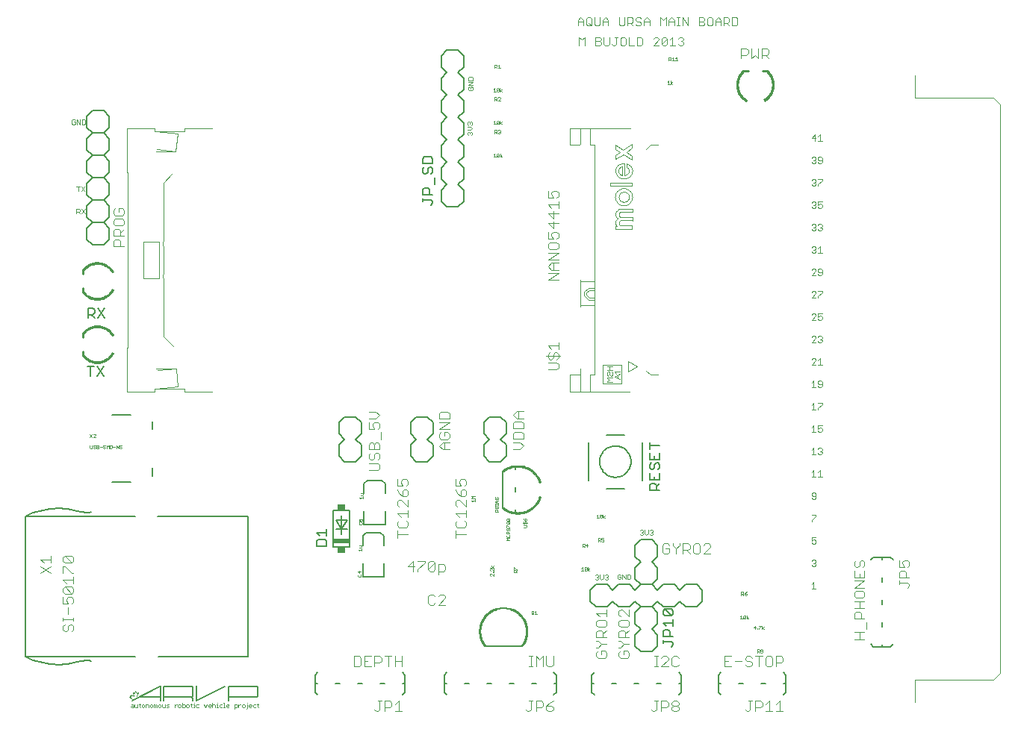
<source format=gto>
G75*
G70*
%OFA0B0*%
%FSLAX24Y24*%
%IPPOS*%
%LPD*%
%AMOC8*
5,1,8,0,0,1.08239X$1,22.5*
%
%ADD10C,0.0030*%
%ADD11C,0.0020*%
%ADD12C,0.0040*%
%ADD13C,0.0080*%
%ADD14C,0.0050*%
%ADD15C,0.0010*%
%ADD16C,0.0100*%
%ADD17C,0.0000*%
%ADD18C,0.0060*%
%ADD19R,0.0736X0.0200*%
%ADD20R,0.0335X0.0250*%
D10*
X024864Y031118D02*
X024864Y031488D01*
X024988Y031364D01*
X025111Y031488D01*
X025111Y031118D01*
X025601Y031118D02*
X025601Y031488D01*
X025786Y031488D01*
X025848Y031426D01*
X025848Y031364D01*
X025786Y031303D01*
X025601Y031303D01*
X025786Y031303D02*
X025848Y031241D01*
X025848Y031179D01*
X025786Y031118D01*
X025601Y031118D01*
X025969Y031179D02*
X026031Y031118D01*
X026155Y031118D01*
X026216Y031179D01*
X026216Y031488D01*
X026461Y031488D02*
X026585Y031488D01*
X026523Y031488D02*
X026523Y031179D01*
X026461Y031118D01*
X026399Y031118D01*
X026338Y031179D01*
X026706Y031179D02*
X026768Y031118D01*
X026891Y031118D01*
X026953Y031179D01*
X026953Y031426D01*
X026891Y031488D01*
X026768Y031488D01*
X026706Y031426D01*
X026706Y031179D01*
X027074Y031118D02*
X027074Y031488D01*
X027443Y031488D02*
X027443Y031118D01*
X027628Y031118D01*
X027689Y031179D01*
X027689Y031426D01*
X027628Y031488D01*
X027443Y031488D01*
X027321Y031118D02*
X027074Y031118D01*
X027022Y032001D02*
X027022Y032371D01*
X027208Y032371D01*
X027269Y032310D01*
X027269Y032186D01*
X027208Y032124D01*
X027022Y032124D01*
X027146Y032124D02*
X027269Y032001D01*
X027391Y032063D02*
X027452Y032001D01*
X027576Y032001D01*
X027638Y032063D01*
X027638Y032124D01*
X027576Y032186D01*
X027452Y032186D01*
X027391Y032248D01*
X027391Y032310D01*
X027452Y032371D01*
X027576Y032371D01*
X027638Y032310D01*
X027759Y032248D02*
X027882Y032371D01*
X028006Y032248D01*
X028006Y032001D01*
X028006Y032186D02*
X027759Y032186D01*
X027759Y032248D02*
X027759Y032001D01*
X028241Y031488D02*
X028179Y031426D01*
X028241Y031488D02*
X028364Y031488D01*
X028426Y031426D01*
X028426Y031364D01*
X028179Y031118D01*
X028426Y031118D01*
X028548Y031179D02*
X028794Y031426D01*
X028794Y031179D01*
X028733Y031118D01*
X028609Y031118D01*
X028548Y031179D01*
X028548Y031426D01*
X028609Y031488D01*
X028733Y031488D01*
X028794Y031426D01*
X028916Y031364D02*
X029039Y031488D01*
X029039Y031118D01*
X028916Y031118D02*
X029163Y031118D01*
X029284Y031179D02*
X029346Y031118D01*
X029469Y031118D01*
X029531Y031179D01*
X029531Y031241D01*
X029469Y031303D01*
X029408Y031303D01*
X029469Y031303D02*
X029531Y031364D01*
X029531Y031426D01*
X029469Y031488D01*
X029346Y031488D01*
X029284Y031426D01*
X029294Y032001D02*
X029294Y032371D01*
X029232Y032371D02*
X029356Y032371D01*
X029478Y032371D02*
X029725Y032001D01*
X029725Y032371D01*
X029478Y032371D02*
X029478Y032001D01*
X029356Y032001D02*
X029232Y032001D01*
X029111Y032001D02*
X029111Y032248D01*
X028987Y032371D01*
X028864Y032248D01*
X028864Y032001D01*
X028742Y032001D02*
X028742Y032371D01*
X028619Y032248D01*
X028496Y032371D01*
X028496Y032001D01*
X028864Y032186D02*
X029111Y032186D01*
X030214Y032186D02*
X030400Y032186D01*
X030461Y032124D01*
X030461Y032063D01*
X030400Y032001D01*
X030214Y032001D01*
X030214Y032371D01*
X030400Y032371D01*
X030461Y032310D01*
X030461Y032248D01*
X030400Y032186D01*
X030583Y032063D02*
X030583Y032310D01*
X030644Y032371D01*
X030768Y032371D01*
X030830Y032310D01*
X030830Y032063D01*
X030768Y032001D01*
X030644Y032001D01*
X030583Y032063D01*
X030951Y032001D02*
X030951Y032248D01*
X031074Y032371D01*
X031198Y032248D01*
X031198Y032001D01*
X031319Y032001D02*
X031319Y032371D01*
X031504Y032371D01*
X031566Y032310D01*
X031566Y032186D01*
X031504Y032124D01*
X031319Y032124D01*
X031443Y032124D02*
X031566Y032001D01*
X031688Y032001D02*
X031873Y032001D01*
X031934Y032063D01*
X031934Y032310D01*
X031873Y032371D01*
X031688Y032371D01*
X031688Y032001D01*
X031198Y032186D02*
X030951Y032186D01*
X026901Y032063D02*
X026901Y032371D01*
X026654Y032371D02*
X026654Y032063D01*
X026716Y032001D01*
X026839Y032001D01*
X026901Y032063D01*
X026164Y032001D02*
X026164Y032248D01*
X026041Y032371D01*
X025917Y032248D01*
X025917Y032001D01*
X025796Y032063D02*
X025796Y032371D01*
X025917Y032186D02*
X026164Y032186D01*
X025796Y032063D02*
X025734Y032001D01*
X025611Y032001D01*
X025549Y032063D01*
X025549Y032371D01*
X025428Y032310D02*
X025428Y032063D01*
X025366Y032001D01*
X025243Y032001D01*
X025181Y032063D01*
X025181Y032310D01*
X025243Y032371D01*
X025366Y032371D01*
X025428Y032310D01*
X025304Y032124D02*
X025428Y032001D01*
X025059Y032001D02*
X025059Y032248D01*
X024936Y032371D01*
X024813Y032248D01*
X024813Y032001D01*
X024813Y032186D02*
X025059Y032186D01*
X025969Y031488D02*
X025969Y031179D01*
D11*
X020135Y029670D02*
X020098Y029707D01*
X019951Y029707D01*
X019915Y029670D01*
X019915Y029560D01*
X020135Y029560D01*
X020135Y029670D01*
X020135Y029486D02*
X019915Y029486D01*
X019915Y029339D02*
X020135Y029486D01*
X020135Y029339D02*
X019915Y029339D01*
X019951Y029265D02*
X019915Y029228D01*
X019915Y029155D01*
X019951Y029118D01*
X020098Y029118D01*
X020135Y029155D01*
X020135Y029228D01*
X020098Y029265D01*
X020025Y029265D01*
X020025Y029191D01*
X020027Y027703D02*
X020064Y027703D01*
X020101Y027666D01*
X020101Y027592D01*
X020064Y027556D01*
X020027Y027482D02*
X019881Y027482D01*
X019917Y027556D02*
X019881Y027592D01*
X019881Y027666D01*
X019917Y027703D01*
X019954Y027703D01*
X019991Y027666D01*
X020027Y027703D01*
X019991Y027666D02*
X019991Y027629D01*
X020027Y027482D02*
X020101Y027408D01*
X020027Y027335D01*
X019881Y027335D01*
X019917Y027261D02*
X019954Y027261D01*
X019991Y027224D01*
X020027Y027261D01*
X020064Y027261D01*
X020101Y027224D01*
X020101Y027150D01*
X020064Y027114D01*
X019991Y027187D02*
X019991Y027224D01*
X019917Y027261D02*
X019881Y027224D01*
X019881Y027150D01*
X019917Y027114D01*
X035244Y026996D02*
X035431Y026996D01*
X035521Y027043D02*
X035614Y027136D01*
X035614Y026856D01*
X035521Y026856D02*
X035707Y026856D01*
X035385Y026856D02*
X035385Y027136D01*
X035244Y026996D01*
X035291Y026136D02*
X035385Y026136D01*
X035431Y026090D01*
X035431Y026043D01*
X035385Y025996D01*
X035431Y025950D01*
X035431Y025903D01*
X035385Y025856D01*
X035291Y025856D01*
X035244Y025903D01*
X035338Y025996D02*
X035385Y025996D01*
X035521Y026043D02*
X035567Y025996D01*
X035707Y025996D01*
X035707Y025903D02*
X035707Y026090D01*
X035661Y026136D01*
X035567Y026136D01*
X035521Y026090D01*
X035521Y026043D01*
X035521Y025903D02*
X035567Y025856D01*
X035661Y025856D01*
X035707Y025903D01*
X035291Y026136D02*
X035244Y026090D01*
X035291Y025136D02*
X035385Y025136D01*
X035431Y025090D01*
X035431Y025043D01*
X035385Y024996D01*
X035431Y024950D01*
X035431Y024903D01*
X035385Y024856D01*
X035291Y024856D01*
X035244Y024903D01*
X035338Y024996D02*
X035385Y024996D01*
X035521Y024903D02*
X035521Y024856D01*
X035521Y024903D02*
X035707Y025090D01*
X035707Y025136D01*
X035521Y025136D01*
X035291Y025136D02*
X035244Y025090D01*
X035291Y024136D02*
X035385Y024136D01*
X035431Y024090D01*
X035431Y024043D01*
X035385Y023996D01*
X035431Y023950D01*
X035431Y023903D01*
X035385Y023856D01*
X035291Y023856D01*
X035244Y023903D01*
X035338Y023996D02*
X035385Y023996D01*
X035521Y023996D02*
X035614Y024043D01*
X035661Y024043D01*
X035707Y023996D01*
X035707Y023903D01*
X035661Y023856D01*
X035567Y023856D01*
X035521Y023903D01*
X035521Y023996D02*
X035521Y024136D01*
X035707Y024136D01*
X035291Y024136D02*
X035244Y024090D01*
X035291Y023136D02*
X035385Y023136D01*
X035431Y023090D01*
X035431Y023043D01*
X035385Y022996D01*
X035431Y022950D01*
X035431Y022903D01*
X035385Y022856D01*
X035291Y022856D01*
X035244Y022903D01*
X035338Y022996D02*
X035385Y022996D01*
X035521Y022903D02*
X035567Y022856D01*
X035661Y022856D01*
X035707Y022903D01*
X035707Y022950D01*
X035661Y022996D01*
X035614Y022996D01*
X035661Y022996D02*
X035707Y023043D01*
X035707Y023090D01*
X035661Y023136D01*
X035567Y023136D01*
X035521Y023090D01*
X035291Y023136D02*
X035244Y023090D01*
X035291Y022136D02*
X035385Y022136D01*
X035431Y022090D01*
X035431Y022043D01*
X035385Y021996D01*
X035431Y021950D01*
X035431Y021903D01*
X035385Y021856D01*
X035291Y021856D01*
X035244Y021903D01*
X035338Y021996D02*
X035385Y021996D01*
X035521Y022043D02*
X035614Y022136D01*
X035614Y021856D01*
X035521Y021856D02*
X035707Y021856D01*
X035291Y022136D02*
X035244Y022090D01*
X035291Y021136D02*
X035244Y021090D01*
X035291Y021136D02*
X035385Y021136D01*
X035431Y021090D01*
X035431Y021043D01*
X035244Y020856D01*
X035431Y020856D01*
X035521Y020903D02*
X035567Y020856D01*
X035661Y020856D01*
X035707Y020903D01*
X035707Y021090D01*
X035661Y021136D01*
X035567Y021136D01*
X035521Y021090D01*
X035521Y021043D01*
X035567Y020996D01*
X035707Y020996D01*
X035707Y020136D02*
X035521Y020136D01*
X035431Y020090D02*
X035385Y020136D01*
X035291Y020136D01*
X035244Y020090D01*
X035431Y020090D02*
X035431Y020043D01*
X035244Y019856D01*
X035431Y019856D01*
X035521Y019856D02*
X035521Y019903D01*
X035707Y020090D01*
X035707Y020136D01*
X035707Y019136D02*
X035521Y019136D01*
X035521Y018996D01*
X035614Y019043D01*
X035661Y019043D01*
X035707Y018996D01*
X035707Y018903D01*
X035661Y018856D01*
X035567Y018856D01*
X035521Y018903D01*
X035431Y018856D02*
X035244Y018856D01*
X035431Y019043D01*
X035431Y019090D01*
X035385Y019136D01*
X035291Y019136D01*
X035244Y019090D01*
X035291Y018136D02*
X035244Y018090D01*
X035291Y018136D02*
X035385Y018136D01*
X035431Y018090D01*
X035431Y018043D01*
X035244Y017856D01*
X035431Y017856D01*
X035521Y017903D02*
X035567Y017856D01*
X035661Y017856D01*
X035707Y017903D01*
X035707Y017950D01*
X035661Y017996D01*
X035614Y017996D01*
X035661Y017996D02*
X035707Y018043D01*
X035707Y018090D01*
X035661Y018136D01*
X035567Y018136D01*
X035521Y018090D01*
X035614Y017136D02*
X035521Y017043D01*
X035431Y017043D02*
X035431Y017090D01*
X035385Y017136D01*
X035291Y017136D01*
X035244Y017090D01*
X035431Y017043D02*
X035244Y016856D01*
X035431Y016856D01*
X035521Y016856D02*
X035707Y016856D01*
X035614Y016856D02*
X035614Y017136D01*
X035567Y016136D02*
X035521Y016090D01*
X035521Y016043D01*
X035567Y015996D01*
X035707Y015996D01*
X035707Y015903D02*
X035707Y016090D01*
X035661Y016136D01*
X035567Y016136D01*
X035338Y016136D02*
X035338Y015856D01*
X035431Y015856D02*
X035244Y015856D01*
X035244Y016043D02*
X035338Y016136D01*
X035521Y015903D02*
X035567Y015856D01*
X035661Y015856D01*
X035707Y015903D01*
X035707Y015136D02*
X035521Y015136D01*
X035338Y015136D02*
X035338Y014856D01*
X035431Y014856D02*
X035244Y014856D01*
X035244Y015043D02*
X035338Y015136D01*
X035521Y014903D02*
X035521Y014856D01*
X035521Y014903D02*
X035707Y015090D01*
X035707Y015136D01*
X035707Y014136D02*
X035521Y014136D01*
X035521Y013996D01*
X035614Y014043D01*
X035661Y014043D01*
X035707Y013996D01*
X035707Y013903D01*
X035661Y013856D01*
X035567Y013856D01*
X035521Y013903D01*
X035431Y013856D02*
X035244Y013856D01*
X035338Y013856D02*
X035338Y014136D01*
X035244Y014043D01*
X035338Y013136D02*
X035338Y012856D01*
X035431Y012856D02*
X035244Y012856D01*
X035244Y013043D02*
X035338Y013136D01*
X035521Y013090D02*
X035567Y013136D01*
X035661Y013136D01*
X035707Y013090D01*
X035707Y013043D01*
X035661Y012996D01*
X035707Y012950D01*
X035707Y012903D01*
X035661Y012856D01*
X035567Y012856D01*
X035521Y012903D01*
X035614Y012996D02*
X035661Y012996D01*
X035614Y012136D02*
X035521Y012043D01*
X035614Y012136D02*
X035614Y011856D01*
X035521Y011856D02*
X035707Y011856D01*
X035431Y011856D02*
X035244Y011856D01*
X035338Y011856D02*
X035338Y012136D01*
X035244Y012043D01*
X035291Y011136D02*
X035244Y011090D01*
X035244Y011043D01*
X035291Y010996D01*
X035431Y010996D01*
X035431Y010903D02*
X035431Y011090D01*
X035385Y011136D01*
X035291Y011136D01*
X035244Y010903D02*
X035291Y010856D01*
X035385Y010856D01*
X035431Y010903D01*
X035431Y010136D02*
X035431Y010090D01*
X035244Y009903D01*
X035244Y009856D01*
X035244Y010136D02*
X035431Y010136D01*
X035431Y009136D02*
X035244Y009136D01*
X035244Y008996D01*
X035338Y009043D01*
X035385Y009043D01*
X035431Y008996D01*
X035431Y008903D01*
X035385Y008856D01*
X035291Y008856D01*
X035244Y008903D01*
X035291Y008136D02*
X035385Y008136D01*
X035431Y008090D01*
X035431Y008043D01*
X035385Y007996D01*
X035431Y007950D01*
X035431Y007903D01*
X035385Y007856D01*
X035291Y007856D01*
X035244Y007903D01*
X035338Y007996D02*
X035385Y007996D01*
X035291Y008136D02*
X035244Y008090D01*
X035338Y007136D02*
X035338Y006856D01*
X035431Y006856D02*
X035244Y006856D01*
X035244Y007043D02*
X035338Y007136D01*
X028162Y009289D02*
X028125Y009252D01*
X028051Y009252D01*
X028015Y009289D01*
X027941Y009325D02*
X027941Y009472D01*
X028015Y009435D02*
X028051Y009472D01*
X028125Y009472D01*
X028162Y009435D01*
X028162Y009399D01*
X028125Y009362D01*
X028162Y009325D01*
X028162Y009289D01*
X028125Y009362D02*
X028088Y009362D01*
X027941Y009325D02*
X027867Y009252D01*
X027794Y009325D01*
X027794Y009472D01*
X027720Y009435D02*
X027720Y009399D01*
X027683Y009362D01*
X027720Y009325D01*
X027720Y009289D01*
X027683Y009252D01*
X027610Y009252D01*
X027573Y009289D01*
X027646Y009362D02*
X027683Y009362D01*
X027720Y009435D02*
X027683Y009472D01*
X027610Y009472D01*
X027573Y009435D01*
X027128Y007494D02*
X027018Y007494D01*
X027018Y007274D01*
X027128Y007274D01*
X027165Y007310D01*
X027165Y007457D01*
X027128Y007494D01*
X026944Y007494D02*
X026944Y007274D01*
X026797Y007494D01*
X026797Y007274D01*
X026723Y007310D02*
X026686Y007274D01*
X026613Y007274D01*
X026576Y007310D01*
X026576Y007457D01*
X026613Y007494D01*
X026686Y007494D01*
X026723Y007457D01*
X026723Y007384D02*
X026649Y007384D01*
X026723Y007384D02*
X026723Y007310D01*
X026162Y007325D02*
X026162Y007289D01*
X026125Y007252D01*
X026051Y007252D01*
X026015Y007289D01*
X025941Y007325D02*
X025941Y007472D01*
X026015Y007435D02*
X026051Y007472D01*
X026125Y007472D01*
X026162Y007435D01*
X026162Y007399D01*
X026125Y007362D01*
X026162Y007325D01*
X026125Y007362D02*
X026088Y007362D01*
X025941Y007325D02*
X025867Y007252D01*
X025794Y007325D01*
X025794Y007472D01*
X025720Y007435D02*
X025720Y007399D01*
X025683Y007362D01*
X025720Y007325D01*
X025720Y007289D01*
X025683Y007252D01*
X025610Y007252D01*
X025573Y007289D01*
X025646Y007362D02*
X025683Y007362D01*
X025720Y007435D02*
X025683Y007472D01*
X025610Y007472D01*
X025573Y007435D01*
X022938Y005846D02*
X022938Y005706D01*
X022984Y005706D02*
X022891Y005706D01*
X022837Y005706D02*
X022790Y005753D01*
X022744Y005729D02*
X022767Y005706D01*
X022814Y005706D01*
X022837Y005729D01*
X022837Y005823D01*
X022814Y005846D01*
X022767Y005846D01*
X022744Y005823D01*
X022744Y005729D01*
X022891Y005799D02*
X022938Y005846D01*
X021768Y009006D02*
X021628Y009006D01*
X021675Y009053D01*
X021628Y009100D01*
X021768Y009100D01*
X021745Y009154D02*
X021768Y009177D01*
X021768Y009224D01*
X021745Y009247D01*
X021768Y009301D02*
X021628Y009301D01*
X021628Y009371D01*
X021651Y009394D01*
X021698Y009394D01*
X021721Y009371D01*
X021721Y009301D01*
X021651Y009247D02*
X021628Y009224D01*
X021628Y009177D01*
X021651Y009154D01*
X021745Y009154D01*
X021745Y009448D02*
X021768Y009472D01*
X021768Y009518D01*
X021745Y009542D01*
X021651Y009542D01*
X021628Y009518D01*
X021628Y009472D01*
X021651Y009448D01*
X021675Y009448D01*
X021698Y009472D01*
X021698Y009542D01*
X021745Y009596D02*
X021768Y009596D01*
X021745Y009596D02*
X021651Y009689D01*
X021628Y009689D01*
X021628Y009596D01*
X021651Y009743D02*
X021628Y009766D01*
X021628Y009813D01*
X021651Y009836D01*
X021745Y009743D01*
X021768Y009766D01*
X021768Y009813D01*
X021745Y009836D01*
X021651Y009836D01*
X021651Y009890D02*
X021628Y009914D01*
X021628Y009960D01*
X021651Y009984D01*
X021745Y009890D01*
X021768Y009914D01*
X021768Y009960D01*
X021745Y009984D01*
X021651Y009984D01*
X021651Y009890D02*
X021745Y009890D01*
X021745Y009743D02*
X021651Y009743D01*
X022355Y009790D02*
X022541Y009790D01*
X022518Y009813D02*
X022495Y009836D01*
X022471Y009836D01*
X022448Y009813D01*
X022448Y009766D01*
X022425Y009743D01*
X022401Y009743D01*
X022378Y009766D01*
X022378Y009813D01*
X022401Y009836D01*
X022448Y009890D02*
X022448Y009960D01*
X022471Y009984D01*
X022495Y009984D01*
X022518Y009960D01*
X022518Y009914D01*
X022495Y009890D01*
X022448Y009890D01*
X022401Y009937D01*
X022378Y009984D01*
X022518Y009813D02*
X022518Y009766D01*
X022495Y009743D01*
X022495Y009689D02*
X022378Y009689D01*
X022378Y009596D02*
X022495Y009596D01*
X022518Y009619D01*
X022518Y009666D01*
X022495Y009689D01*
X010559Y001670D02*
X010499Y001670D01*
X010529Y001700D02*
X010529Y001580D01*
X010559Y001550D01*
X010435Y001550D02*
X010345Y001550D01*
X010315Y001580D01*
X010315Y001640D01*
X010345Y001670D01*
X010435Y001670D01*
X010251Y001640D02*
X010221Y001670D01*
X010161Y001670D01*
X010131Y001640D01*
X010131Y001580D01*
X010161Y001550D01*
X010221Y001550D01*
X010251Y001610D02*
X010131Y001610D01*
X010068Y001670D02*
X010068Y001520D01*
X010038Y001490D01*
X010008Y001490D01*
X009944Y001580D02*
X009944Y001640D01*
X009914Y001670D01*
X009854Y001670D01*
X009824Y001640D01*
X009824Y001580D01*
X009854Y001550D01*
X009914Y001550D01*
X009944Y001580D01*
X010068Y001730D02*
X010068Y001760D01*
X010251Y001640D02*
X010251Y001610D01*
X009761Y001670D02*
X009731Y001670D01*
X009671Y001610D01*
X009671Y001550D02*
X009671Y001670D01*
X009607Y001640D02*
X009607Y001580D01*
X009577Y001550D01*
X009487Y001550D01*
X009487Y001490D02*
X009487Y001670D01*
X009577Y001670D01*
X009607Y001640D01*
X009239Y001640D02*
X009209Y001670D01*
X009148Y001670D01*
X009118Y001640D01*
X009118Y001580D01*
X009148Y001550D01*
X009209Y001550D01*
X009239Y001610D02*
X009118Y001610D01*
X009056Y001550D02*
X008996Y001550D01*
X009026Y001550D02*
X009026Y001730D01*
X008996Y001730D01*
X008932Y001670D02*
X008842Y001670D01*
X008812Y001640D01*
X008812Y001580D01*
X008842Y001550D01*
X008932Y001550D01*
X008749Y001550D02*
X008689Y001550D01*
X008719Y001550D02*
X008719Y001670D01*
X008689Y001670D01*
X008719Y001730D02*
X008719Y001760D01*
X008625Y001640D02*
X008625Y001550D01*
X008625Y001640D02*
X008595Y001670D01*
X008535Y001670D01*
X008505Y001640D01*
X008441Y001640D02*
X008441Y001610D01*
X008321Y001610D01*
X008321Y001580D02*
X008321Y001640D01*
X008351Y001670D01*
X008411Y001670D01*
X008441Y001640D01*
X008411Y001550D02*
X008351Y001550D01*
X008321Y001580D01*
X008256Y001670D02*
X008196Y001550D01*
X008136Y001670D01*
X007888Y001670D02*
X007798Y001670D01*
X007768Y001640D01*
X007768Y001580D01*
X007798Y001550D01*
X007888Y001550D01*
X007705Y001550D02*
X007645Y001550D01*
X007675Y001550D02*
X007675Y001670D01*
X007645Y001670D01*
X007583Y001670D02*
X007523Y001670D01*
X007553Y001700D02*
X007553Y001580D01*
X007583Y001550D01*
X007459Y001580D02*
X007459Y001640D01*
X007429Y001670D01*
X007369Y001670D01*
X007339Y001640D01*
X007339Y001580D01*
X007369Y001550D01*
X007429Y001550D01*
X007459Y001580D01*
X007274Y001580D02*
X007274Y001640D01*
X007244Y001670D01*
X007154Y001670D01*
X007154Y001730D02*
X007154Y001550D01*
X007244Y001550D01*
X007274Y001580D01*
X007090Y001580D02*
X007090Y001640D01*
X007060Y001670D01*
X007000Y001670D01*
X006970Y001640D01*
X006970Y001580D01*
X007000Y001550D01*
X007060Y001550D01*
X007090Y001580D01*
X006907Y001670D02*
X006877Y001670D01*
X006817Y001610D01*
X006817Y001550D02*
X006817Y001670D01*
X006569Y001670D02*
X006479Y001670D01*
X006449Y001640D01*
X006479Y001610D01*
X006539Y001610D01*
X006569Y001580D01*
X006539Y001550D01*
X006449Y001550D01*
X006384Y001550D02*
X006384Y001670D01*
X006264Y001670D02*
X006264Y001580D01*
X006294Y001550D01*
X006384Y001550D01*
X006200Y001580D02*
X006200Y001640D01*
X006170Y001670D01*
X006110Y001670D01*
X006080Y001640D01*
X006080Y001580D01*
X006110Y001550D01*
X006170Y001550D01*
X006200Y001580D01*
X006016Y001550D02*
X006016Y001640D01*
X005986Y001670D01*
X005956Y001640D01*
X005956Y001550D01*
X005896Y001550D02*
X005896Y001670D01*
X005926Y001670D01*
X005956Y001640D01*
X005832Y001640D02*
X005802Y001670D01*
X005742Y001670D01*
X005712Y001640D01*
X005712Y001580D01*
X005742Y001550D01*
X005802Y001550D01*
X005832Y001580D01*
X005832Y001640D01*
X005648Y001640D02*
X005648Y001550D01*
X005648Y001640D02*
X005618Y001670D01*
X005528Y001670D01*
X005528Y001550D01*
X005464Y001580D02*
X005464Y001640D01*
X005434Y001670D01*
X005374Y001670D01*
X005344Y001640D01*
X005344Y001580D01*
X005374Y001550D01*
X005434Y001550D01*
X005464Y001580D01*
X005281Y001550D02*
X005251Y001580D01*
X005251Y001700D01*
X005221Y001670D02*
X005281Y001670D01*
X005157Y001670D02*
X005157Y001550D01*
X005067Y001550D01*
X005037Y001580D01*
X005037Y001670D01*
X004973Y001640D02*
X004973Y001550D01*
X004883Y001550D01*
X004853Y001580D01*
X004883Y001610D01*
X004973Y001610D01*
X004973Y001640D02*
X004943Y001670D01*
X004883Y001670D01*
X004913Y001910D02*
X004793Y002000D01*
X004843Y002020D01*
X004813Y002090D01*
X004893Y002070D01*
X004903Y002120D01*
X004983Y002050D01*
X004943Y002210D01*
X005013Y002180D01*
X005063Y002290D01*
X005113Y002180D01*
X005173Y002210D01*
X005133Y002050D01*
X007675Y001760D02*
X007675Y001730D01*
X008505Y001730D02*
X008505Y001550D01*
X009239Y001610D02*
X009239Y001640D01*
X002806Y023602D02*
X002659Y023822D01*
X002585Y023786D02*
X002585Y023712D01*
X002548Y023676D01*
X002438Y023676D01*
X002511Y023676D02*
X002585Y023602D01*
X002659Y023602D02*
X002806Y023822D01*
X002585Y023786D02*
X002548Y023822D01*
X002438Y023822D01*
X002438Y023602D01*
X002507Y024604D02*
X002507Y024825D01*
X002580Y024825D02*
X002433Y024825D01*
X002654Y024825D02*
X002801Y024604D01*
X002654Y024604D02*
X002801Y024825D01*
X002787Y027596D02*
X002677Y027596D01*
X002677Y027816D01*
X002787Y027816D01*
X002824Y027779D01*
X002824Y027632D01*
X002787Y027596D01*
X002603Y027596D02*
X002603Y027816D01*
X002456Y027816D02*
X002603Y027596D01*
X002456Y027596D02*
X002456Y027816D01*
X002382Y027779D02*
X002345Y027816D01*
X002272Y027816D01*
X002235Y027779D01*
X002235Y027632D01*
X002272Y027596D01*
X002345Y027596D01*
X002382Y027632D01*
X002382Y027706D01*
X002309Y027706D01*
D12*
X004683Y027416D02*
X005936Y027416D01*
X005936Y027295D01*
X007240Y027295D01*
X007240Y027416D01*
X008476Y027416D01*
X006945Y027190D02*
X006858Y026373D01*
X005993Y026373D01*
X006024Y026477D02*
X006858Y026373D01*
X006945Y027190D02*
X005988Y027277D01*
X004683Y027416D02*
X004683Y025451D01*
X004736Y025451D01*
X004736Y017623D01*
X004701Y017623D01*
X004701Y015657D01*
X005936Y015657D01*
X005936Y015779D01*
X007240Y015779D01*
X007240Y015657D01*
X008476Y015657D01*
X006962Y015866D02*
X006893Y016684D01*
X005993Y016684D01*
X006059Y016614D02*
X006893Y016684D01*
X006962Y015866D02*
X005988Y015796D01*
X006753Y017693D02*
X006319Y018127D01*
X006319Y020702D01*
X006319Y020702D01*
X006284Y020737D01*
X006284Y020893D01*
X006319Y020928D01*
X006319Y022146D01*
X006284Y022180D01*
X006284Y022337D01*
X006319Y022372D01*
X006319Y024981D01*
X006701Y025364D01*
X004556Y023756D02*
X004479Y023833D01*
X004326Y023833D01*
X004326Y023680D01*
X004479Y023526D02*
X004556Y023603D01*
X004556Y023756D01*
X004479Y023526D02*
X004172Y023526D01*
X004095Y023603D01*
X004095Y023756D01*
X004172Y023833D01*
X004172Y023373D02*
X004095Y023296D01*
X004095Y023143D01*
X004172Y023066D01*
X004479Y023066D01*
X004556Y023143D01*
X004556Y023296D01*
X004479Y023373D01*
X004172Y023373D01*
X004172Y022912D02*
X004095Y022836D01*
X004095Y022606D01*
X004556Y022606D01*
X004402Y022606D02*
X004402Y022836D01*
X004326Y022912D01*
X004172Y022912D01*
X004402Y022759D02*
X004556Y022912D01*
X004326Y022452D02*
X004402Y022375D01*
X004402Y022145D01*
X004556Y022145D02*
X004095Y022145D01*
X004095Y022375D01*
X004172Y022452D01*
X004326Y022452D01*
X005431Y022354D02*
X005431Y020719D01*
X006127Y020719D01*
X006127Y022354D01*
X005431Y022354D01*
X015491Y014751D02*
X015798Y014751D01*
X015951Y014598D01*
X015798Y014445D01*
X015491Y014445D01*
X015491Y014291D02*
X015491Y013984D01*
X015721Y013984D01*
X015644Y014138D01*
X015644Y014214D01*
X015721Y014291D01*
X015874Y014291D01*
X015951Y014214D01*
X015951Y014061D01*
X015874Y013984D01*
X016028Y013831D02*
X016028Y013524D01*
X015874Y013370D02*
X015951Y013294D01*
X015951Y013064D01*
X015491Y013064D01*
X015491Y013294D01*
X015567Y013370D01*
X015644Y013370D01*
X015721Y013294D01*
X015721Y013064D01*
X015798Y012910D02*
X015874Y012910D01*
X015951Y012833D01*
X015951Y012680D01*
X015874Y012603D01*
X015874Y012450D02*
X015491Y012450D01*
X015567Y012603D02*
X015491Y012680D01*
X015491Y012833D01*
X015567Y012910D01*
X015721Y012833D02*
X015798Y012910D01*
X015721Y012833D02*
X015721Y012680D01*
X015644Y012603D01*
X015567Y012603D01*
X015874Y012450D02*
X015951Y012373D01*
X015951Y012219D01*
X015874Y012143D01*
X015491Y012143D01*
X016762Y011737D02*
X016762Y011430D01*
X016992Y011430D01*
X016915Y011584D01*
X016915Y011661D01*
X016992Y011737D01*
X017145Y011737D01*
X017222Y011661D01*
X017222Y011507D01*
X017145Y011430D01*
X017145Y011277D02*
X017069Y011277D01*
X016992Y011200D01*
X016992Y010970D01*
X017145Y010970D01*
X017222Y011047D01*
X017222Y011200D01*
X017145Y011277D01*
X016839Y011123D02*
X016992Y010970D01*
X016915Y010817D02*
X016839Y010817D01*
X016762Y010740D01*
X016762Y010586D01*
X016839Y010510D01*
X016915Y010817D02*
X017222Y010510D01*
X017222Y010817D01*
X017222Y010356D02*
X017222Y010049D01*
X017222Y010203D02*
X016762Y010203D01*
X016915Y010049D01*
X016839Y009896D02*
X016762Y009819D01*
X016762Y009666D01*
X016839Y009589D01*
X017145Y009589D01*
X017222Y009666D01*
X017222Y009819D01*
X017145Y009896D01*
X016762Y009435D02*
X016762Y009129D01*
X016762Y009282D02*
X017222Y009282D01*
X017440Y008084D02*
X017210Y007854D01*
X017517Y007854D01*
X017670Y007700D02*
X017670Y007623D01*
X017670Y007700D02*
X017977Y008007D01*
X017977Y008084D01*
X017670Y008084D01*
X017440Y008084D02*
X017440Y007623D01*
X018131Y007700D02*
X018131Y008007D01*
X018207Y008084D01*
X018361Y008084D01*
X018437Y008007D01*
X018131Y007700D01*
X018207Y007623D01*
X018361Y007623D01*
X018437Y007700D01*
X018437Y008007D01*
X018591Y007930D02*
X018821Y007930D01*
X018898Y007854D01*
X018898Y007700D01*
X018821Y007623D01*
X018591Y007623D01*
X018591Y007470D02*
X018591Y007930D01*
X018668Y006584D02*
X018591Y006507D01*
X018668Y006584D02*
X018821Y006584D01*
X018898Y006507D01*
X018898Y006430D01*
X018591Y006123D01*
X018898Y006123D01*
X018437Y006200D02*
X018361Y006123D01*
X018207Y006123D01*
X018131Y006200D01*
X018131Y006507D01*
X018207Y006584D01*
X018361Y006584D01*
X018437Y006507D01*
X019362Y009129D02*
X019362Y009435D01*
X019362Y009282D02*
X019822Y009282D01*
X019745Y009589D02*
X019822Y009666D01*
X019822Y009819D01*
X019745Y009896D01*
X019822Y010049D02*
X019822Y010356D01*
X019822Y010203D02*
X019362Y010203D01*
X019515Y010049D01*
X019439Y009896D02*
X019362Y009819D01*
X019362Y009666D01*
X019439Y009589D01*
X019745Y009589D01*
X019822Y010510D02*
X019515Y010817D01*
X019439Y010817D01*
X019362Y010740D01*
X019362Y010586D01*
X019439Y010510D01*
X019822Y010510D02*
X019822Y010817D01*
X019745Y010970D02*
X019592Y010970D01*
X019592Y011200D01*
X019669Y011277D01*
X019745Y011277D01*
X019822Y011200D01*
X019822Y011047D01*
X019745Y010970D01*
X019592Y010970D02*
X019439Y011123D01*
X019362Y011277D01*
X019362Y011430D02*
X019592Y011430D01*
X019515Y011584D01*
X019515Y011661D01*
X019592Y011737D01*
X019745Y011737D01*
X019822Y011661D01*
X019822Y011507D01*
X019745Y011430D01*
X019362Y011430D02*
X019362Y011737D01*
X019081Y013069D02*
X018774Y013069D01*
X018621Y013222D01*
X018774Y013375D01*
X019081Y013375D01*
X019005Y013529D02*
X019081Y013606D01*
X019081Y013759D01*
X019005Y013836D01*
X018851Y013836D01*
X018851Y013682D01*
X018698Y013529D02*
X019005Y013529D01*
X018851Y013375D02*
X018851Y013069D01*
X018698Y013529D02*
X018621Y013606D01*
X018621Y013759D01*
X018698Y013836D01*
X018621Y013989D02*
X019081Y014296D01*
X018621Y014296D01*
X018621Y014450D02*
X018621Y014680D01*
X018698Y014756D01*
X019005Y014756D01*
X019081Y014680D01*
X019081Y014450D01*
X018621Y014450D01*
X018621Y013989D02*
X019081Y013989D01*
X021920Y014003D02*
X021920Y014233D01*
X021997Y014309D01*
X022304Y014309D01*
X022381Y014233D01*
X022381Y014003D01*
X021920Y014003D01*
X021997Y013849D02*
X021920Y013772D01*
X021920Y013542D01*
X022381Y013542D01*
X022381Y013772D01*
X022304Y013849D01*
X021997Y013849D01*
X021920Y013389D02*
X022227Y013389D01*
X022381Y013235D01*
X022227Y013082D01*
X021920Y013082D01*
X022074Y014463D02*
X021920Y014616D01*
X022074Y014770D01*
X022381Y014770D01*
X022150Y014770D02*
X022150Y014463D01*
X022074Y014463D02*
X022381Y014463D01*
X024467Y015654D02*
X027133Y015654D01*
X026747Y016024D02*
X026747Y016840D01*
X025930Y016840D01*
X025930Y016024D01*
X026747Y016024D01*
X026697Y016198D02*
X026440Y016315D01*
X026697Y016433D01*
X026601Y016369D02*
X026601Y016262D01*
X026515Y016454D02*
X026440Y016561D01*
X026697Y016561D01*
X026366Y016614D02*
X026110Y016614D01*
X026152Y016539D02*
X026206Y016539D01*
X026238Y016507D01*
X026238Y016401D01*
X026280Y016358D01*
X026323Y016358D01*
X026366Y016401D01*
X026366Y016497D01*
X026323Y016539D01*
X026238Y016635D02*
X026238Y016753D01*
X026110Y016774D02*
X026366Y016774D01*
X026152Y016539D02*
X026110Y016497D01*
X026110Y016401D01*
X026152Y016358D01*
X026110Y016294D02*
X026366Y016294D01*
X026238Y016177D02*
X026110Y016262D01*
X026110Y016294D01*
X026238Y016177D02*
X026110Y016102D01*
X026110Y016081D01*
X026366Y016081D01*
X027059Y016539D02*
X027059Y017020D01*
X027465Y016774D01*
X027059Y016539D01*
X027870Y016582D02*
X028052Y016401D01*
X028393Y016401D01*
X025555Y016411D02*
X025342Y016411D01*
X025342Y015675D01*
X024915Y015675D02*
X024915Y016681D01*
X024883Y016401D02*
X024467Y016401D01*
X024467Y015654D01*
X025555Y016411D02*
X025555Y026665D01*
X025342Y026665D01*
X025342Y027390D01*
X024915Y027390D02*
X024915Y026699D01*
X024893Y026665D02*
X024467Y026665D01*
X024467Y027411D01*
X027144Y027411D01*
X027230Y026707D02*
X027230Y026537D01*
X026995Y026344D01*
X027230Y026195D01*
X027230Y026024D01*
X026857Y026248D01*
X026494Y026035D01*
X026494Y026227D01*
X026675Y026344D01*
X026494Y026494D01*
X026494Y026665D01*
X026825Y026462D01*
X027230Y026707D01*
X027870Y026473D02*
X028062Y026665D01*
X028404Y026665D01*
X026985Y025832D02*
X026985Y025683D01*
X027017Y025662D01*
X027038Y025384D02*
X027013Y025364D01*
X026987Y025348D01*
X026959Y025335D01*
X026929Y025326D01*
X026899Y025320D01*
X026899Y025843D01*
X026803Y025843D01*
X026793Y025715D02*
X026793Y025320D01*
X026780Y025321D01*
X026767Y025325D01*
X026611Y025256D02*
X026636Y025236D01*
X026663Y025219D01*
X026691Y025204D01*
X026720Y025191D01*
X026751Y025182D01*
X026782Y025175D01*
X026814Y025172D01*
X026846Y025171D01*
X026767Y025325D02*
X026742Y025335D01*
X026719Y025348D01*
X026697Y025363D01*
X026677Y025382D01*
X026661Y025403D01*
X026647Y025426D01*
X026636Y025451D01*
X026629Y025477D01*
X026625Y025504D01*
X026625Y025530D01*
X026629Y025557D01*
X026636Y025583D01*
X026647Y025608D01*
X026661Y025631D01*
X026677Y025652D01*
X026697Y025671D01*
X026719Y025686D01*
X026742Y025699D01*
X026767Y025709D01*
X026845Y025171D02*
X026890Y025175D01*
X026933Y025182D01*
X026976Y025192D01*
X027018Y025207D01*
X027059Y025225D01*
X027230Y024989D02*
X027230Y024861D01*
X026259Y024861D01*
X026259Y024989D01*
X027230Y024989D01*
X027038Y025384D02*
X027055Y025402D01*
X027070Y025422D01*
X027081Y025444D01*
X027089Y025467D01*
X027094Y025492D01*
X027096Y025516D01*
X027094Y025541D01*
X027089Y025565D01*
X027080Y025588D01*
X027068Y025610D01*
X027054Y025630D01*
X027037Y025647D01*
X027017Y025662D01*
X026985Y025833D02*
X027019Y025823D01*
X027051Y025811D01*
X027082Y025794D01*
X027111Y025775D01*
X027138Y025753D01*
X027162Y025727D01*
X027183Y025700D01*
X027202Y025670D01*
X027217Y025639D01*
X027228Y025606D01*
X027236Y025572D01*
X027240Y025537D01*
X027241Y025502D01*
X027238Y025468D01*
X027231Y025434D01*
X027220Y025400D01*
X027206Y025368D01*
X027189Y025338D01*
X027168Y025310D01*
X027145Y025284D01*
X027119Y025261D01*
X027090Y025241D01*
X027060Y025224D01*
X026611Y025256D02*
X026586Y025281D01*
X026563Y025308D01*
X026543Y025337D01*
X026526Y025368D01*
X026512Y025401D01*
X026501Y025435D01*
X026494Y025469D01*
X026579Y025747D02*
X026602Y025769D01*
X026627Y025788D01*
X026653Y025804D01*
X026681Y025818D01*
X026711Y025829D01*
X026741Y025837D01*
X026772Y025841D01*
X026803Y025843D01*
X026792Y025715D02*
X026779Y025712D01*
X026767Y025708D01*
X026580Y025747D02*
X026558Y025722D01*
X026539Y025694D01*
X026523Y025665D01*
X026510Y025634D01*
X026500Y025603D01*
X026493Y025570D01*
X026490Y025537D01*
X026491Y025503D01*
X026494Y025470D01*
X026472Y024350D02*
X026474Y024389D01*
X026480Y024427D01*
X026490Y024465D01*
X026503Y024501D01*
X026520Y024536D01*
X026541Y024569D01*
X026565Y024600D01*
X026591Y024628D01*
X026621Y024654D01*
X026653Y024676D01*
X026687Y024695D01*
X026723Y024710D01*
X026760Y024722D01*
X026798Y024730D01*
X026837Y024734D01*
X026875Y024734D01*
X026914Y024730D01*
X026952Y024722D01*
X026989Y024710D01*
X027025Y024695D01*
X027059Y024676D01*
X027091Y024654D01*
X027121Y024628D01*
X027147Y024600D01*
X027171Y024569D01*
X027192Y024536D01*
X027209Y024501D01*
X027222Y024465D01*
X027232Y024427D01*
X027238Y024389D01*
X027240Y024350D01*
X027238Y024311D01*
X027232Y024273D01*
X027222Y024235D01*
X027209Y024199D01*
X027192Y024164D01*
X027171Y024131D01*
X027147Y024100D01*
X027121Y024072D01*
X027091Y024046D01*
X027059Y024024D01*
X027025Y024005D01*
X026989Y023990D01*
X026952Y023978D01*
X026914Y023970D01*
X026875Y023966D01*
X026837Y023966D01*
X026798Y023970D01*
X026760Y023978D01*
X026723Y023990D01*
X026687Y024005D01*
X026653Y024024D01*
X026621Y024046D01*
X026591Y024072D01*
X026565Y024100D01*
X026541Y024131D01*
X026520Y024164D01*
X026503Y024199D01*
X026490Y024235D01*
X026480Y024273D01*
X026474Y024311D01*
X026472Y024350D01*
X026638Y024350D02*
X026640Y024380D01*
X026646Y024409D01*
X026655Y024437D01*
X026668Y024463D01*
X026685Y024488D01*
X026704Y024511D01*
X026727Y024530D01*
X026751Y024547D01*
X026778Y024560D01*
X026806Y024569D01*
X026835Y024575D01*
X026865Y024577D01*
X026895Y024575D01*
X026924Y024569D01*
X026952Y024560D01*
X026978Y024547D01*
X027003Y024530D01*
X027026Y024511D01*
X027045Y024488D01*
X027062Y024464D01*
X027075Y024437D01*
X027084Y024409D01*
X027090Y024380D01*
X027092Y024350D01*
X027090Y024320D01*
X027084Y024291D01*
X027075Y024263D01*
X027062Y024237D01*
X027045Y024212D01*
X027026Y024189D01*
X027003Y024170D01*
X026979Y024153D01*
X026952Y024140D01*
X026924Y024131D01*
X026895Y024125D01*
X026865Y024123D01*
X026835Y024125D01*
X026806Y024131D01*
X026778Y024140D01*
X026752Y024153D01*
X026727Y024170D01*
X026704Y024189D01*
X026685Y024212D01*
X026668Y024236D01*
X026655Y024263D01*
X026646Y024291D01*
X026640Y024320D01*
X026638Y024350D01*
X026665Y023827D02*
X027241Y023827D01*
X027241Y023677D01*
X026729Y023677D01*
X026729Y023678D02*
X026714Y023677D01*
X026700Y023672D01*
X026687Y023665D01*
X026676Y023656D01*
X026667Y023645D01*
X026660Y023632D01*
X026655Y023618D01*
X026654Y023603D01*
X026654Y023602D02*
X026654Y023528D01*
X026493Y023527D02*
X026490Y023551D01*
X026489Y023575D01*
X026491Y023599D01*
X026496Y023622D01*
X026504Y023645D01*
X026515Y023666D01*
X026493Y023528D02*
X026501Y023502D01*
X026511Y023477D01*
X026524Y023453D01*
X026539Y023431D01*
X026557Y023410D01*
X026558Y023410D02*
X026569Y023400D01*
X026601Y023400D01*
X026739Y023442D02*
X027241Y023442D01*
X027241Y023293D01*
X027240Y023298D01*
X027236Y023303D01*
X027230Y023304D01*
X026750Y023304D01*
X026731Y023302D01*
X026713Y023297D01*
X026697Y023288D01*
X026682Y023276D01*
X026670Y023261D01*
X026661Y023245D01*
X026656Y023227D01*
X026654Y023208D01*
X026654Y023154D01*
X026536Y023069D02*
X026521Y023086D01*
X026508Y023106D01*
X026498Y023127D01*
X026491Y023149D01*
X026487Y023171D01*
X026486Y023194D01*
X026488Y023217D01*
X026493Y023240D01*
X026536Y023069D02*
X026558Y023048D01*
X026494Y023048D01*
X026494Y022920D01*
X027230Y022920D01*
X027230Y023069D01*
X026739Y023069D01*
X026722Y023071D01*
X026706Y023075D01*
X026692Y023083D01*
X026679Y023094D01*
X026668Y023107D01*
X026660Y023121D01*
X026656Y023137D01*
X026654Y023154D01*
X026494Y023240D02*
X026505Y023271D01*
X026519Y023300D01*
X026536Y023328D01*
X026555Y023354D01*
X026577Y023378D01*
X026601Y023400D01*
X026654Y023528D02*
X026656Y023511D01*
X026660Y023495D01*
X026668Y023481D01*
X026679Y023468D01*
X026692Y023457D01*
X026706Y023449D01*
X026722Y023445D01*
X026739Y023443D01*
X026515Y023666D02*
X026535Y023698D01*
X026557Y023727D01*
X026581Y023755D01*
X026607Y023781D01*
X026635Y023805D01*
X026665Y023826D01*
X023942Y023857D02*
X023942Y024163D01*
X023942Y024010D02*
X023481Y024010D01*
X023635Y023857D01*
X023712Y023703D02*
X023712Y023396D01*
X023481Y023626D01*
X023942Y023626D01*
X023712Y023243D02*
X023712Y022936D01*
X023481Y023166D01*
X023942Y023166D01*
X023865Y022782D02*
X023712Y022782D01*
X023635Y022706D01*
X023635Y022629D01*
X023712Y022476D01*
X023481Y022476D01*
X023481Y022782D01*
X023865Y022782D02*
X023942Y022706D01*
X023942Y022552D01*
X023865Y022476D01*
X023865Y022322D02*
X023558Y022322D01*
X023481Y022245D01*
X023481Y022092D01*
X023558Y022015D01*
X023865Y022015D01*
X023942Y022092D01*
X023942Y022245D01*
X023865Y022322D01*
X023942Y021862D02*
X023481Y021862D01*
X023481Y021555D02*
X023942Y021862D01*
X023942Y021555D02*
X023481Y021555D01*
X023635Y021401D02*
X023942Y021401D01*
X023712Y021401D02*
X023712Y021094D01*
X023635Y021094D02*
X023481Y021248D01*
X023635Y021401D01*
X023635Y021094D02*
X023942Y021094D01*
X023942Y020941D02*
X023481Y020941D01*
X023481Y020634D02*
X023942Y020941D01*
X023942Y020634D02*
X023481Y020634D01*
X024915Y020658D02*
X024915Y019455D01*
X024936Y019516D02*
X025534Y019516D01*
X025534Y019762D02*
X025288Y019762D01*
X025096Y019954D01*
X025096Y020103D01*
X025278Y020284D01*
X025534Y020284D01*
X025534Y020178D02*
X025310Y020178D01*
X025203Y020071D01*
X025203Y019964D01*
X025310Y019858D01*
X025534Y019858D01*
X025534Y020594D02*
X024936Y020594D01*
X023942Y017862D02*
X023942Y017555D01*
X023942Y017708D02*
X023481Y017708D01*
X023635Y017555D01*
X023558Y017401D02*
X023481Y017325D01*
X023481Y017171D01*
X023558Y017094D01*
X023635Y017094D01*
X023712Y017171D01*
X023712Y017325D01*
X023788Y017401D01*
X023865Y017401D01*
X023942Y017325D01*
X023942Y017171D01*
X023865Y017094D01*
X023865Y016941D02*
X023481Y016941D01*
X023481Y016634D02*
X023865Y016634D01*
X023942Y016711D01*
X023942Y016864D01*
X023865Y016941D01*
X024019Y017248D02*
X023405Y017248D01*
X015874Y013370D02*
X015798Y013370D01*
X015721Y013294D01*
X016762Y011277D02*
X016839Y011123D01*
X025632Y005757D02*
X025786Y005603D01*
X025709Y005450D02*
X025632Y005373D01*
X025632Y005220D01*
X025709Y005143D01*
X026016Y005143D01*
X026093Y005220D01*
X026093Y005373D01*
X026016Y005450D01*
X025709Y005450D01*
X025632Y005757D02*
X026093Y005757D01*
X026093Y005910D02*
X026093Y005603D01*
X026632Y005678D02*
X026709Y005601D01*
X026632Y005678D02*
X026632Y005832D01*
X026709Y005908D01*
X026786Y005908D01*
X027093Y005601D01*
X027093Y005908D01*
X027016Y005448D02*
X026709Y005448D01*
X026632Y005371D01*
X026632Y005218D01*
X026709Y005141D01*
X027016Y005141D01*
X027093Y005218D01*
X027093Y005371D01*
X027016Y005448D01*
X027093Y004988D02*
X026939Y004834D01*
X026939Y004911D02*
X026939Y004681D01*
X027093Y004681D02*
X026632Y004681D01*
X026632Y004911D01*
X026709Y004988D01*
X026863Y004988D01*
X026939Y004911D01*
X026709Y004527D02*
X026632Y004527D01*
X026709Y004527D02*
X026863Y004374D01*
X027093Y004374D01*
X026863Y004374D02*
X026709Y004220D01*
X026632Y004220D01*
X026709Y004067D02*
X026632Y003990D01*
X026632Y003837D01*
X026709Y003760D01*
X027016Y003760D01*
X027093Y003837D01*
X027093Y003990D01*
X027016Y004067D01*
X026863Y004067D01*
X026863Y003913D01*
X026093Y003839D02*
X026093Y003992D01*
X026016Y004069D01*
X025863Y004069D01*
X025863Y003915D01*
X026016Y003762D02*
X026093Y003839D01*
X026016Y003762D02*
X025709Y003762D01*
X025632Y003839D01*
X025632Y003992D01*
X025709Y004069D01*
X025709Y004222D02*
X025863Y004376D01*
X026093Y004376D01*
X025863Y004376D02*
X025709Y004529D01*
X025632Y004529D01*
X025632Y004683D02*
X025632Y004913D01*
X025709Y004989D01*
X025863Y004989D01*
X025939Y004913D01*
X025939Y004683D01*
X025939Y004836D02*
X026093Y004989D01*
X026093Y004683D02*
X025632Y004683D01*
X025632Y004222D02*
X025709Y004222D01*
X023711Y003837D02*
X023711Y003453D01*
X023634Y003376D01*
X023481Y003376D01*
X023404Y003453D01*
X023404Y003837D01*
X023251Y003837D02*
X023251Y003376D01*
X022944Y003376D02*
X022944Y003837D01*
X023097Y003683D01*
X023251Y003837D01*
X022790Y003837D02*
X022637Y003837D01*
X022713Y003837D02*
X022713Y003376D01*
X022637Y003376D02*
X022790Y003376D01*
X022790Y001837D02*
X022637Y001837D01*
X022713Y001837D02*
X022713Y001453D01*
X022637Y001376D01*
X022560Y001376D01*
X022483Y001453D01*
X022944Y001530D02*
X023174Y001530D01*
X023251Y001606D01*
X023251Y001760D01*
X023174Y001837D01*
X022944Y001837D01*
X022944Y001376D01*
X023404Y001453D02*
X023481Y001376D01*
X023634Y001376D01*
X023711Y001453D01*
X023711Y001530D01*
X023634Y001606D01*
X023404Y001606D01*
X023404Y001453D01*
X023404Y001606D02*
X023557Y001760D01*
X023711Y001837D01*
X028078Y001453D02*
X028155Y001376D01*
X028231Y001376D01*
X028308Y001453D01*
X028308Y001837D01*
X028231Y001837D02*
X028385Y001837D01*
X028538Y001837D02*
X028769Y001837D01*
X028845Y001760D01*
X028845Y001606D01*
X028769Y001530D01*
X028538Y001530D01*
X028538Y001376D02*
X028538Y001837D01*
X028999Y001760D02*
X028999Y001683D01*
X029075Y001606D01*
X029229Y001606D01*
X029306Y001530D01*
X029306Y001453D01*
X029229Y001376D01*
X029075Y001376D01*
X028999Y001453D01*
X028999Y001530D01*
X029075Y001606D01*
X029229Y001606D02*
X029306Y001683D01*
X029306Y001760D01*
X029229Y001837D01*
X029075Y001837D01*
X028999Y001760D01*
X029075Y003376D02*
X029229Y003376D01*
X029306Y003453D01*
X029075Y003376D02*
X028999Y003453D01*
X028999Y003760D01*
X029075Y003837D01*
X029229Y003837D01*
X029306Y003760D01*
X028845Y003760D02*
X028769Y003837D01*
X028615Y003837D01*
X028538Y003760D01*
X028385Y003837D02*
X028231Y003837D01*
X028308Y003837D02*
X028308Y003376D01*
X028231Y003376D02*
X028385Y003376D01*
X028538Y003376D02*
X028845Y003683D01*
X028845Y003760D01*
X028845Y003376D02*
X028538Y003376D01*
X031352Y003376D02*
X031659Y003376D01*
X031812Y003606D02*
X032119Y003606D01*
X032273Y003683D02*
X032349Y003606D01*
X032503Y003606D01*
X032580Y003530D01*
X032580Y003453D01*
X032503Y003376D01*
X032349Y003376D01*
X032273Y003453D01*
X032273Y003683D02*
X032273Y003760D01*
X032349Y003837D01*
X032503Y003837D01*
X032580Y003760D01*
X032733Y003837D02*
X033040Y003837D01*
X032887Y003837D02*
X032887Y003376D01*
X033194Y003453D02*
X033270Y003376D01*
X033424Y003376D01*
X033500Y003453D01*
X033500Y003760D01*
X033424Y003837D01*
X033270Y003837D01*
X033194Y003760D01*
X033194Y003453D01*
X033654Y003376D02*
X033654Y003837D01*
X033884Y003837D01*
X033961Y003760D01*
X033961Y003606D01*
X033884Y003530D01*
X033654Y003530D01*
X031659Y003837D02*
X031352Y003837D01*
X031352Y003376D01*
X031352Y003606D02*
X031506Y003606D01*
X032426Y001837D02*
X032580Y001837D01*
X032503Y001837D02*
X032503Y001453D01*
X032426Y001376D01*
X032350Y001376D01*
X032273Y001453D01*
X032733Y001376D02*
X032733Y001837D01*
X032963Y001837D01*
X033040Y001760D01*
X033040Y001606D01*
X032963Y001530D01*
X032733Y001530D01*
X033194Y001683D02*
X033347Y001837D01*
X033347Y001376D01*
X033194Y001376D02*
X033500Y001376D01*
X033654Y001376D02*
X033961Y001376D01*
X033807Y001376D02*
X033807Y001837D01*
X033654Y001683D01*
X037144Y004593D02*
X037604Y004593D01*
X037374Y004593D02*
X037374Y004900D01*
X037144Y004900D02*
X037604Y004900D01*
X037681Y005053D02*
X037681Y005360D01*
X037604Y005514D02*
X037144Y005514D01*
X037144Y005744D01*
X037221Y005821D01*
X037374Y005821D01*
X037451Y005744D01*
X037451Y005514D01*
X037374Y005974D02*
X037374Y006281D01*
X037221Y006435D02*
X037528Y006435D01*
X037604Y006511D01*
X037604Y006665D01*
X037528Y006741D01*
X037221Y006741D01*
X037144Y006665D01*
X037144Y006511D01*
X037221Y006435D01*
X037144Y006281D02*
X037604Y006281D01*
X037604Y005974D02*
X037144Y005974D01*
X037144Y006895D02*
X037604Y007202D01*
X037144Y007202D01*
X037144Y007355D02*
X037604Y007355D01*
X037604Y007662D01*
X037528Y007816D02*
X037604Y007892D01*
X037604Y008046D01*
X037528Y008122D01*
X037451Y008122D01*
X037374Y008046D01*
X037374Y007892D01*
X037298Y007816D01*
X037221Y007816D01*
X037144Y007892D01*
X037144Y008046D01*
X037221Y008122D01*
X037144Y007662D02*
X037144Y007355D01*
X037374Y007355D02*
X037374Y007509D01*
X037604Y006895D02*
X037144Y006895D01*
X039144Y007049D02*
X039144Y007202D01*
X039144Y007125D02*
X039528Y007125D01*
X039604Y007049D01*
X039604Y006972D01*
X039528Y006895D01*
X039604Y007355D02*
X039144Y007355D01*
X039144Y007586D01*
X039221Y007662D01*
X039374Y007662D01*
X039451Y007586D01*
X039451Y007355D01*
X039374Y007816D02*
X039144Y007816D01*
X039144Y008123D01*
X039298Y008046D02*
X039374Y008123D01*
X039528Y008123D01*
X039604Y008046D01*
X039604Y007892D01*
X039528Y007816D01*
X039374Y007816D02*
X039298Y007969D01*
X039298Y008046D01*
X030731Y008412D02*
X030424Y008412D01*
X030731Y008719D01*
X030731Y008796D01*
X030654Y008872D01*
X030501Y008872D01*
X030424Y008796D01*
X030271Y008796D02*
X030194Y008872D01*
X030041Y008872D01*
X029964Y008796D01*
X029964Y008489D01*
X030041Y008412D01*
X030194Y008412D01*
X030271Y008489D01*
X030271Y008796D01*
X029810Y008796D02*
X029810Y008642D01*
X029734Y008565D01*
X029504Y008565D01*
X029657Y008565D02*
X029810Y008412D01*
X029504Y008412D02*
X029504Y008872D01*
X029734Y008872D01*
X029810Y008796D01*
X029350Y008796D02*
X029350Y008872D01*
X029350Y008796D02*
X029197Y008642D01*
X029197Y008412D01*
X029197Y008642D02*
X029043Y008796D01*
X029043Y008872D01*
X028890Y008796D02*
X028813Y008872D01*
X028660Y008872D01*
X028583Y008796D01*
X028583Y008489D01*
X028660Y008412D01*
X028813Y008412D01*
X028890Y008489D01*
X028890Y008642D01*
X028736Y008642D01*
X016961Y003837D02*
X016961Y003376D01*
X016961Y003606D02*
X016654Y003606D01*
X016654Y003376D02*
X016654Y003837D01*
X016500Y003837D02*
X016194Y003837D01*
X016347Y003837D02*
X016347Y003376D01*
X016040Y003606D02*
X015963Y003530D01*
X015733Y003530D01*
X015733Y003376D02*
X015733Y003837D01*
X015963Y003837D01*
X016040Y003760D01*
X016040Y003606D01*
X015580Y003376D02*
X015273Y003376D01*
X015273Y003837D01*
X015580Y003837D01*
X015426Y003606D02*
X015273Y003606D01*
X015119Y003453D02*
X015119Y003760D01*
X015043Y003837D01*
X014812Y003837D01*
X014812Y003376D01*
X015043Y003376D01*
X015119Y003453D01*
X015887Y001837D02*
X016040Y001837D01*
X015963Y001837D02*
X015963Y001453D01*
X015887Y001376D01*
X015810Y001376D01*
X015733Y001453D01*
X016194Y001530D02*
X016424Y001530D01*
X016501Y001606D01*
X016501Y001760D01*
X016424Y001837D01*
X016194Y001837D01*
X016194Y001376D01*
X016654Y001376D02*
X016961Y001376D01*
X016807Y001376D02*
X016807Y001837D01*
X016654Y001683D01*
X002294Y005013D02*
X002218Y004937D01*
X002294Y005013D02*
X002294Y005167D01*
X002218Y005243D01*
X002141Y005243D01*
X002064Y005167D01*
X002064Y005013D01*
X001988Y004937D01*
X001911Y004937D01*
X001834Y005013D01*
X001834Y005167D01*
X001911Y005243D01*
X001834Y005397D02*
X001834Y005550D01*
X001834Y005474D02*
X002294Y005474D01*
X002294Y005550D02*
X002294Y005397D01*
X002064Y005704D02*
X002064Y006011D01*
X002064Y006164D02*
X001988Y006318D01*
X001988Y006394D01*
X002064Y006471D01*
X002218Y006471D01*
X002294Y006394D01*
X002294Y006241D01*
X002218Y006164D01*
X002064Y006164D02*
X001834Y006164D01*
X001834Y006471D01*
X001911Y006625D02*
X001834Y006701D01*
X001834Y006855D01*
X001911Y006931D01*
X002218Y006625D01*
X002294Y006701D01*
X002294Y006855D01*
X002218Y006931D01*
X001911Y006931D01*
X001988Y007085D02*
X001834Y007238D01*
X002294Y007238D01*
X002294Y007085D02*
X002294Y007392D01*
X002294Y007545D02*
X002218Y007545D01*
X001911Y007852D01*
X001834Y007852D01*
X001834Y007545D01*
X001911Y008006D02*
X001834Y008082D01*
X001834Y008236D01*
X001911Y008312D01*
X002218Y008006D01*
X002294Y008082D01*
X002294Y008236D01*
X002218Y008312D01*
X001911Y008312D01*
X001911Y008006D02*
X002218Y008006D01*
X001294Y008006D02*
X001294Y008313D01*
X001294Y008159D02*
X000834Y008159D01*
X000988Y008006D01*
X000834Y007852D02*
X001294Y007545D01*
X001294Y007852D02*
X000834Y007545D01*
X001911Y006625D02*
X002218Y006625D01*
X023481Y024317D02*
X023712Y024317D01*
X023635Y024470D01*
X023635Y024547D01*
X023712Y024624D01*
X023865Y024624D01*
X023942Y024547D01*
X023942Y024394D01*
X023865Y024317D01*
X023481Y024317D02*
X023481Y024624D01*
X032100Y030535D02*
X032100Y030995D01*
X032330Y030995D01*
X032407Y030918D01*
X032407Y030765D01*
X032330Y030688D01*
X032100Y030688D01*
X032561Y030535D02*
X032561Y030995D01*
X032867Y030995D02*
X032867Y030535D01*
X032714Y030688D01*
X032561Y030535D01*
X033021Y030535D02*
X033021Y030995D01*
X033251Y030995D01*
X033328Y030918D01*
X033328Y030765D01*
X033251Y030688D01*
X033021Y030688D01*
X033174Y030688D02*
X033328Y030535D01*
D13*
X002936Y003649D02*
X002634Y003602D01*
X002336Y003540D01*
X002936Y003649D02*
X002958Y003650D01*
X002979Y003648D01*
X003001Y003644D01*
X003021Y003637D01*
X003040Y003627D01*
X003058Y003614D01*
X003074Y003600D01*
X005072Y003806D02*
X000151Y003806D01*
X000358Y003718D01*
X000151Y003806D02*
X000151Y010086D01*
X000358Y010175D01*
X000151Y010086D02*
X005072Y010086D01*
X006057Y010086D02*
X010082Y010086D01*
X010082Y003806D01*
X006096Y003806D01*
X002336Y003541D02*
X002184Y003509D01*
X002030Y003486D01*
X001876Y003469D01*
X001721Y003461D01*
X001565Y003459D01*
X001410Y003466D01*
X001255Y003480D01*
X001101Y003501D01*
X000949Y003530D01*
X000798Y003566D01*
X000649Y003609D01*
X000502Y003660D01*
X000357Y003718D01*
X000357Y010174D02*
X000502Y010232D01*
X000649Y010283D01*
X000798Y010326D01*
X000949Y010362D01*
X001101Y010391D01*
X001255Y010412D01*
X001410Y010426D01*
X001565Y010433D01*
X001721Y010431D01*
X001876Y010423D01*
X002030Y010406D01*
X002184Y010383D01*
X002336Y010351D01*
X002936Y010244D02*
X002958Y010243D01*
X002979Y010245D01*
X003001Y010249D01*
X003021Y010256D01*
X003040Y010266D01*
X003058Y010279D01*
X003074Y010293D01*
X004019Y011611D02*
X004846Y011611D01*
X005830Y011887D02*
X005830Y012241D01*
X005830Y013974D02*
X005830Y014328D01*
X004846Y014603D02*
X004019Y014603D01*
X002936Y010243D02*
X002634Y010290D01*
X002336Y010352D01*
X013094Y002996D02*
X013204Y003106D01*
X013094Y002996D02*
X013094Y002606D01*
X013094Y002216D01*
X013204Y002106D01*
X013194Y002606D02*
X013094Y002606D01*
X013994Y002606D02*
X014194Y002606D01*
X014994Y002606D02*
X015194Y002606D01*
X015994Y002606D02*
X016194Y002606D01*
X016994Y002606D02*
X017094Y002606D01*
X017094Y002996D01*
X016984Y003106D01*
X017094Y002606D02*
X017094Y002216D01*
X016984Y002106D01*
X018844Y002216D02*
X018954Y002106D01*
X018844Y002216D02*
X018844Y002606D01*
X018844Y002996D01*
X018954Y003106D01*
X018944Y002606D02*
X018844Y002606D01*
X019744Y002606D02*
X019944Y002606D01*
X020744Y002606D02*
X020944Y002606D01*
X021744Y002606D02*
X021944Y002606D01*
X022744Y002606D02*
X022944Y002606D01*
X023734Y002106D02*
X023844Y002216D01*
X023844Y002606D01*
X023844Y002996D01*
X023734Y003106D01*
X023744Y002606D02*
X023844Y002606D01*
X025439Y002606D02*
X025439Y002216D01*
X025549Y002106D01*
X025539Y002606D02*
X025439Y002606D01*
X025439Y002996D01*
X025549Y003106D01*
X026339Y002606D02*
X026539Y002606D01*
X027339Y002606D02*
X027539Y002606D01*
X028339Y002606D02*
X028539Y002606D01*
X029339Y002606D02*
X029439Y002606D01*
X029439Y002996D01*
X029329Y003106D01*
X029439Y002606D02*
X029439Y002216D01*
X029329Y002106D01*
X031094Y002216D02*
X031204Y002106D01*
X031094Y002216D02*
X031094Y002606D01*
X031094Y002996D01*
X031204Y003106D01*
X031194Y002606D02*
X031094Y002606D01*
X031994Y002606D02*
X032194Y002606D01*
X032994Y002606D02*
X033194Y002606D01*
X033994Y002606D02*
X034094Y002606D01*
X034094Y002996D01*
X033984Y003106D01*
X034094Y002606D02*
X034094Y002216D01*
X033984Y002106D01*
X037874Y004366D02*
X037984Y004256D01*
X038374Y004256D01*
X038764Y004256D01*
X038874Y004366D01*
X038374Y004356D02*
X038374Y004256D01*
X038374Y005156D02*
X038374Y005356D01*
X038374Y006156D02*
X038374Y006356D01*
X038374Y007156D02*
X038374Y007356D01*
X038374Y008156D02*
X038374Y008256D01*
X037984Y008256D01*
X037874Y008146D01*
X038374Y008256D02*
X038764Y008256D01*
X038874Y008146D01*
X030363Y006792D02*
X030363Y006292D01*
X030113Y006042D01*
X029613Y006042D01*
X029363Y006292D01*
X029113Y006042D01*
X028613Y006042D01*
X028363Y006292D01*
X028113Y006042D01*
X028363Y005792D01*
X028363Y005292D01*
X028113Y005042D01*
X028363Y004792D01*
X028363Y004292D01*
X028113Y004042D01*
X027613Y004042D01*
X027363Y004292D01*
X027363Y004792D01*
X027613Y005042D01*
X027363Y005292D01*
X027363Y005792D01*
X027613Y006042D01*
X028113Y006042D01*
X027613Y006042D01*
X027363Y006292D01*
X027113Y006042D01*
X026613Y006042D01*
X026363Y006292D01*
X026113Y006042D01*
X025613Y006042D01*
X025363Y006292D01*
X025363Y006792D01*
X025613Y007042D01*
X026113Y007042D01*
X026363Y006792D01*
X026613Y007042D01*
X027113Y007042D01*
X027363Y006792D01*
X027613Y007042D01*
X028113Y007042D01*
X028363Y007292D01*
X028363Y007792D01*
X028113Y008042D01*
X028363Y008292D01*
X028363Y008792D01*
X028113Y009042D01*
X027613Y009042D01*
X027363Y008792D01*
X027363Y008292D01*
X027613Y008042D01*
X027363Y007792D01*
X027363Y007292D01*
X027613Y007042D01*
X028113Y007042D01*
X028363Y006792D01*
X028613Y007042D01*
X029113Y007042D01*
X029363Y006792D01*
X029613Y007042D01*
X030113Y007042D01*
X030363Y006792D01*
X026877Y011325D02*
X026084Y011325D01*
X025284Y011675D02*
X025284Y013375D01*
X026084Y013725D02*
X026888Y013725D01*
X027684Y013375D02*
X027684Y011675D01*
X025784Y012525D02*
X025786Y012577D01*
X025792Y012629D01*
X025802Y012681D01*
X025815Y012731D01*
X025832Y012781D01*
X025853Y012829D01*
X025878Y012875D01*
X025906Y012919D01*
X025937Y012961D01*
X025971Y013001D01*
X026008Y013038D01*
X026048Y013072D01*
X026090Y013103D01*
X026134Y013131D01*
X026180Y013156D01*
X026228Y013177D01*
X026278Y013194D01*
X026328Y013207D01*
X026380Y013217D01*
X026432Y013223D01*
X026484Y013225D01*
X026536Y013223D01*
X026588Y013217D01*
X026640Y013207D01*
X026690Y013194D01*
X026740Y013177D01*
X026788Y013156D01*
X026834Y013131D01*
X026878Y013103D01*
X026920Y013072D01*
X026960Y013038D01*
X026997Y013001D01*
X027031Y012961D01*
X027062Y012919D01*
X027090Y012875D01*
X027115Y012829D01*
X027136Y012781D01*
X027153Y012731D01*
X027166Y012681D01*
X027176Y012629D01*
X027182Y012577D01*
X027184Y012525D01*
X027182Y012473D01*
X027176Y012421D01*
X027166Y012369D01*
X027153Y012319D01*
X027136Y012269D01*
X027115Y012221D01*
X027090Y012175D01*
X027062Y012131D01*
X027031Y012089D01*
X026997Y012049D01*
X026960Y012012D01*
X026920Y011978D01*
X026878Y011947D01*
X026834Y011919D01*
X026788Y011894D01*
X026740Y011873D01*
X026690Y011856D01*
X026640Y011843D01*
X026588Y011833D01*
X026536Y011827D01*
X026484Y011825D01*
X026432Y011827D01*
X026380Y011833D01*
X026328Y011843D01*
X026278Y011856D01*
X026228Y011873D01*
X026180Y011894D01*
X026134Y011919D01*
X026090Y011947D01*
X026048Y011978D01*
X026008Y012012D01*
X025971Y012049D01*
X025937Y012089D01*
X025906Y012131D01*
X025878Y012175D01*
X025853Y012221D01*
X025832Y012269D01*
X025815Y012319D01*
X025802Y012369D01*
X025792Y012421D01*
X025786Y012473D01*
X025784Y012525D01*
X022018Y012323D02*
X022018Y012165D01*
X021468Y012102D02*
X021468Y010453D01*
X022018Y010390D02*
X022018Y010232D01*
X022018Y011165D02*
X022018Y011390D01*
X021361Y012525D02*
X020861Y012525D01*
X020611Y012775D01*
X020611Y013275D01*
X020861Y013525D01*
X020611Y013775D01*
X020611Y014275D01*
X020861Y014525D01*
X021361Y014525D01*
X021611Y014275D01*
X021611Y013775D01*
X021361Y013525D01*
X021611Y013275D01*
X021611Y012775D01*
X021361Y012525D01*
X018344Y012775D02*
X018094Y012525D01*
X017594Y012525D01*
X017344Y012775D01*
X017344Y013275D01*
X017594Y013525D01*
X017344Y013775D01*
X017344Y014275D01*
X017594Y014525D01*
X018094Y014525D01*
X018344Y014275D01*
X018344Y013775D01*
X018094Y013525D01*
X018344Y013275D01*
X018344Y012775D01*
X016212Y011536D02*
X016212Y011103D01*
X016212Y011536D02*
X016054Y011693D01*
X015424Y011693D01*
X015267Y011536D01*
X015267Y011103D01*
X015267Y010316D02*
X015267Y009725D01*
X016212Y009725D01*
X016212Y010316D01*
X016000Y009362D02*
X015370Y009362D01*
X015213Y009204D01*
X015213Y008771D01*
X015213Y007984D02*
X015213Y007393D01*
X016158Y007393D01*
X016158Y007984D01*
X016158Y008771D02*
X016158Y009204D01*
X016000Y009362D01*
X014891Y012525D02*
X014391Y012525D01*
X014141Y012775D01*
X014141Y013275D01*
X014391Y013525D01*
X014141Y013775D01*
X014141Y014275D01*
X014391Y014525D01*
X014891Y014525D01*
X015141Y014275D01*
X015141Y013775D01*
X014891Y013525D01*
X015141Y013275D01*
X015141Y012775D01*
X014891Y012525D01*
X020734Y005696D02*
X020786Y005738D01*
X020840Y005777D01*
X020897Y005812D01*
X020955Y005845D01*
X021015Y005873D01*
X021077Y005899D01*
X021140Y005921D01*
X021205Y005939D01*
X021270Y005953D01*
X021336Y005963D01*
X021402Y005970D01*
X021469Y005973D01*
X021536Y005972D01*
X021602Y005967D01*
X021668Y005958D01*
X021734Y005946D01*
X021795Y005930D01*
X021855Y005912D01*
X021913Y005890D01*
X021971Y005865D01*
X022027Y005837D01*
X022082Y005806D01*
X022134Y005772D01*
X022185Y005735D01*
X022234Y005696D01*
X021734Y005946D02*
X021672Y005958D01*
X021610Y005966D01*
X021547Y005971D01*
X021484Y005973D01*
X021421Y005971D01*
X021358Y005966D01*
X021296Y005958D01*
X021234Y005946D01*
X020659Y004296D02*
X022308Y004296D01*
X003904Y022454D02*
X003654Y022204D01*
X003154Y022204D01*
X002904Y022454D01*
X002904Y022954D01*
X003154Y023204D01*
X003654Y023204D01*
X003904Y022954D01*
X003904Y022454D01*
X003654Y023204D02*
X003904Y023454D01*
X003904Y023954D01*
X003654Y024204D01*
X003154Y024204D01*
X002904Y024454D01*
X002904Y024954D01*
X003154Y025204D01*
X003654Y025204D01*
X003904Y024954D01*
X003904Y024454D01*
X003654Y024204D01*
X003154Y024204D02*
X002904Y023954D01*
X002904Y023454D01*
X003154Y023204D01*
X003154Y025204D02*
X002904Y025454D01*
X002904Y025954D01*
X003154Y026204D01*
X003654Y026204D01*
X003904Y025954D01*
X003904Y025454D01*
X003654Y025204D01*
X003654Y026204D02*
X003904Y026454D01*
X003904Y026954D01*
X003654Y027204D01*
X003154Y027204D01*
X002904Y027454D01*
X002904Y027954D01*
X003154Y028204D01*
X003654Y028204D01*
X003904Y027954D01*
X003904Y027454D01*
X003654Y027204D01*
X003154Y027204D02*
X002904Y026954D01*
X002904Y026454D01*
X003154Y026204D01*
X018712Y026160D02*
X018712Y026660D01*
X018962Y026910D01*
X018712Y027160D01*
X018712Y027660D01*
X018962Y027910D01*
X018712Y028160D01*
X018712Y028660D01*
X018962Y028910D01*
X018712Y029160D01*
X018712Y029660D01*
X018962Y029910D01*
X018712Y030160D01*
X018712Y030660D01*
X018962Y030910D01*
X019462Y030910D01*
X019712Y030660D01*
X019712Y030160D01*
X019462Y029910D01*
X019712Y029660D01*
X019712Y029160D01*
X019462Y028910D01*
X019712Y028660D01*
X019712Y028160D01*
X019462Y027910D01*
X019712Y027660D01*
X019712Y027160D01*
X019462Y026910D01*
X019712Y026660D01*
X019712Y026160D01*
X019462Y025910D01*
X019712Y025660D01*
X019712Y025160D01*
X019462Y024910D01*
X019712Y024660D01*
X019712Y024160D01*
X019462Y023910D01*
X018962Y023910D01*
X018712Y024160D01*
X018712Y024660D01*
X018962Y024910D01*
X018712Y025160D01*
X018712Y025660D01*
X018962Y025910D01*
X018712Y026160D01*
D14*
X018337Y026062D02*
X018262Y026137D01*
X017962Y026137D01*
X017887Y026062D01*
X017887Y025836D01*
X018337Y025836D01*
X018337Y026062D01*
X018262Y025676D02*
X018187Y025676D01*
X018112Y025601D01*
X018112Y025451D01*
X018037Y025376D01*
X017962Y025376D01*
X017887Y025451D01*
X017887Y025601D01*
X017962Y025676D01*
X018262Y025676D02*
X018337Y025601D01*
X018337Y025451D01*
X018262Y025376D01*
X018412Y025216D02*
X018412Y024916D01*
X018187Y024681D02*
X018187Y024455D01*
X018337Y024455D02*
X017887Y024455D01*
X017887Y024681D01*
X017962Y024756D01*
X018112Y024756D01*
X018187Y024681D01*
X018262Y024220D02*
X017887Y024220D01*
X017887Y024145D02*
X017887Y024295D01*
X018262Y024220D02*
X018337Y024145D01*
X018337Y024070D01*
X018262Y023995D01*
X028008Y013389D02*
X028008Y013089D01*
X028008Y013239D02*
X028459Y013239D01*
X028459Y012929D02*
X028459Y012629D01*
X028008Y012629D01*
X028008Y012929D01*
X028234Y012779D02*
X028234Y012629D01*
X028309Y012469D02*
X028234Y012394D01*
X028234Y012243D01*
X028158Y012168D01*
X028083Y012168D01*
X028008Y012243D01*
X028008Y012394D01*
X028083Y012469D01*
X028309Y012469D02*
X028384Y012469D01*
X028459Y012394D01*
X028459Y012243D01*
X028384Y012168D01*
X028459Y012008D02*
X028459Y011708D01*
X028008Y011708D01*
X028008Y012008D01*
X028234Y011858D02*
X028234Y011708D01*
X028234Y011548D02*
X028309Y011473D01*
X028309Y011248D01*
X028459Y011248D02*
X028008Y011248D01*
X028008Y011473D01*
X028083Y011548D01*
X028234Y011548D01*
X028309Y011398D02*
X028459Y011548D01*
X028683Y005937D02*
X028983Y005636D01*
X029058Y005711D01*
X029058Y005862D01*
X028983Y005937D01*
X028683Y005937D01*
X028607Y005862D01*
X028607Y005711D01*
X028683Y005636D01*
X028983Y005636D01*
X029058Y005476D02*
X029058Y005176D01*
X029058Y005326D02*
X028607Y005326D01*
X028758Y005176D01*
X028683Y005016D02*
X028833Y005016D01*
X028908Y004941D01*
X028908Y004716D01*
X029058Y004716D02*
X028607Y004716D01*
X028607Y004941D01*
X028683Y005016D01*
X028607Y004556D02*
X028607Y004405D01*
X028607Y004481D02*
X028983Y004481D01*
X029058Y004405D01*
X029058Y004330D01*
X028983Y004255D01*
X013591Y008752D02*
X013591Y008977D01*
X013516Y009052D01*
X013216Y009052D01*
X013141Y008977D01*
X013141Y008752D01*
X013591Y008752D01*
X013591Y009212D02*
X013591Y009512D01*
X013591Y009362D02*
X013141Y009362D01*
X013291Y009212D01*
X010453Y002490D02*
X009213Y002490D01*
X009213Y002020D01*
X010453Y002020D01*
X010462Y002021D02*
X010476Y002024D01*
X010489Y002030D01*
X010500Y002039D01*
X010510Y002050D01*
X010517Y002062D01*
X010521Y002076D01*
X010522Y002090D01*
X010523Y002090D02*
X010523Y002080D01*
X010523Y002090D02*
X010523Y002430D01*
X010522Y002430D02*
X010519Y002444D01*
X010513Y002457D01*
X010504Y002468D01*
X010493Y002478D01*
X010481Y002485D01*
X010467Y002489D01*
X010453Y002490D01*
X009213Y002020D02*
X009213Y001830D01*
X009063Y002490D02*
X007783Y001850D01*
X007783Y002500D01*
X007623Y002430D02*
X007623Y002090D01*
X007623Y002080D01*
X007622Y002090D02*
X007621Y002076D01*
X007617Y002062D01*
X007610Y002050D01*
X007600Y002039D01*
X007589Y002030D01*
X007576Y002024D01*
X007562Y002021D01*
X007553Y002020D02*
X007543Y002020D01*
X006313Y002020D01*
X006313Y001830D01*
X006183Y001830D02*
X006183Y002500D01*
X006163Y002490D02*
X004933Y001830D01*
X005293Y002020D02*
X006163Y002020D01*
X006313Y002020D02*
X006313Y002490D01*
X007553Y002490D01*
X007567Y002489D01*
X007581Y002485D01*
X007593Y002478D01*
X007604Y002468D01*
X007613Y002457D01*
X007619Y002444D01*
X007622Y002430D01*
X007613Y001970D02*
X007613Y001830D01*
X007612Y001960D02*
X007609Y001974D01*
X007603Y001987D01*
X007594Y001998D01*
X007583Y002008D01*
X007571Y002015D01*
X007557Y002019D01*
X007543Y002020D01*
X003669Y016339D02*
X003369Y016790D01*
X003209Y016790D02*
X002909Y016790D01*
X003059Y016790D02*
X003059Y016339D01*
X003369Y016339D02*
X003669Y016790D01*
X003705Y018943D02*
X003404Y019393D01*
X003244Y019318D02*
X003244Y019168D01*
X003169Y019093D01*
X002944Y019093D01*
X002944Y018943D02*
X002944Y019393D01*
X003169Y019393D01*
X003244Y019318D01*
X003094Y019093D02*
X003244Y018943D01*
X003404Y018943D02*
X003705Y019393D01*
D15*
X004085Y021015D02*
X004007Y020970D01*
X004007Y020971D02*
X003979Y021015D01*
X003948Y021057D01*
X003915Y021097D01*
X003879Y021135D01*
X003840Y021170D01*
X003799Y021202D01*
X003755Y021232D01*
X003710Y021258D01*
X003663Y021281D01*
X003615Y021301D01*
X003565Y021317D01*
X003515Y021330D01*
X003463Y021339D01*
X003411Y021345D01*
X003359Y021347D01*
X003358Y021436D01*
X003359Y021437D01*
X003414Y021435D01*
X003468Y021429D01*
X003523Y021420D01*
X003576Y021407D01*
X003628Y021391D01*
X003680Y021372D01*
X003730Y021349D01*
X003778Y021323D01*
X003825Y021294D01*
X003869Y021262D01*
X003912Y021227D01*
X003952Y021189D01*
X003989Y021149D01*
X004024Y021107D01*
X004056Y021062D01*
X004085Y021016D01*
X004077Y021011D01*
X004049Y021057D01*
X004017Y021101D01*
X003982Y021143D01*
X003945Y021183D01*
X003906Y021220D01*
X003864Y021255D01*
X003820Y021286D01*
X003774Y021315D01*
X003726Y021341D01*
X003676Y021363D01*
X003626Y021383D01*
X003574Y021399D01*
X003521Y021411D01*
X003467Y021420D01*
X003413Y021426D01*
X003359Y021428D01*
X003359Y021419D01*
X003413Y021417D01*
X003466Y021411D01*
X003519Y021402D01*
X003571Y021390D01*
X003623Y021374D01*
X003673Y021355D01*
X003722Y021333D01*
X003769Y021307D01*
X003815Y021279D01*
X003858Y021247D01*
X003900Y021213D01*
X003939Y021177D01*
X003976Y021137D01*
X004010Y021096D01*
X004041Y021052D01*
X004070Y021007D01*
X004062Y021002D01*
X004032Y021050D01*
X003998Y021096D01*
X003962Y021139D01*
X003922Y021180D01*
X003880Y021218D01*
X003836Y021253D01*
X003789Y021285D01*
X003740Y021313D01*
X003689Y021338D01*
X003636Y021360D01*
X003583Y021377D01*
X003528Y021391D01*
X003472Y021401D01*
X003416Y021408D01*
X003359Y021410D01*
X003359Y021401D01*
X003415Y021399D01*
X003471Y021393D01*
X003526Y021383D01*
X003580Y021369D01*
X003633Y021351D01*
X003685Y021330D01*
X003736Y021305D01*
X003784Y021277D01*
X003830Y021246D01*
X003875Y021211D01*
X003916Y021174D01*
X003955Y021133D01*
X003991Y021091D01*
X004024Y021045D01*
X004054Y020998D01*
X004046Y020993D01*
X004017Y021040D01*
X003984Y021085D01*
X003948Y021127D01*
X003910Y021167D01*
X003869Y021204D01*
X003825Y021239D01*
X003779Y021270D01*
X003731Y021297D01*
X003682Y021322D01*
X003630Y021343D01*
X003578Y021360D01*
X003524Y021374D01*
X003469Y021384D01*
X003414Y021390D01*
X003359Y021392D01*
X003359Y021383D01*
X003414Y021381D01*
X003468Y021375D01*
X003522Y021365D01*
X003575Y021351D01*
X003627Y021334D01*
X003678Y021314D01*
X003727Y021289D01*
X003774Y021262D01*
X003820Y021231D01*
X003863Y021198D01*
X003904Y021161D01*
X003942Y021121D01*
X003977Y021079D01*
X004009Y021035D01*
X004038Y020989D01*
X004030Y020984D01*
X004002Y021030D01*
X003970Y021074D01*
X003935Y021115D01*
X003897Y021154D01*
X003857Y021191D01*
X003815Y021224D01*
X003770Y021254D01*
X003723Y021282D01*
X003674Y021305D01*
X003624Y021326D01*
X003573Y021343D01*
X003520Y021356D01*
X003467Y021366D01*
X003413Y021372D01*
X003359Y021374D01*
X003359Y021365D01*
X003412Y021363D01*
X003466Y021357D01*
X003518Y021347D01*
X003570Y021334D01*
X003621Y021317D01*
X003671Y021297D01*
X003719Y021274D01*
X003765Y021247D01*
X003809Y021217D01*
X003851Y021184D01*
X003891Y021148D01*
X003928Y021109D01*
X003963Y021068D01*
X003994Y021025D01*
X004023Y020980D01*
X004015Y020975D01*
X003987Y021020D01*
X003956Y021063D01*
X003922Y021103D01*
X003885Y021141D01*
X003846Y021177D01*
X003804Y021209D01*
X003760Y021239D01*
X003714Y021266D01*
X003667Y021289D01*
X003618Y021309D01*
X003568Y021326D01*
X003516Y021339D01*
X003464Y021348D01*
X003412Y021354D01*
X003359Y021356D01*
X003350Y021436D02*
X003350Y021346D01*
X003349Y021347D02*
X003295Y021345D01*
X003242Y021339D01*
X003189Y021329D01*
X003137Y021315D01*
X003086Y021298D01*
X003036Y021277D01*
X002988Y021253D01*
X002942Y021225D01*
X002898Y021194D01*
X002857Y021160D01*
X002817Y021123D01*
X002781Y021084D01*
X002713Y021141D01*
X002712Y021142D01*
X002750Y021183D01*
X002790Y021221D01*
X002833Y021257D01*
X002878Y021290D01*
X002925Y021320D01*
X002973Y021346D01*
X003024Y021370D01*
X003076Y021390D01*
X003129Y021406D01*
X003183Y021420D01*
X003238Y021429D01*
X003293Y021435D01*
X003349Y021437D01*
X003349Y021428D01*
X003294Y021426D01*
X003239Y021420D01*
X003185Y021411D01*
X003131Y021398D01*
X003079Y021381D01*
X003027Y021362D01*
X002977Y021338D01*
X002929Y021312D01*
X002883Y021282D01*
X002838Y021250D01*
X002796Y021215D01*
X002756Y021176D01*
X002719Y021136D01*
X002726Y021130D01*
X002763Y021170D01*
X002802Y021208D01*
X002844Y021243D01*
X002888Y021275D01*
X002934Y021304D01*
X002982Y021330D01*
X003031Y021353D01*
X003082Y021373D01*
X003134Y021389D01*
X003187Y021402D01*
X003240Y021411D01*
X003295Y021417D01*
X003349Y021419D01*
X003349Y021410D01*
X003295Y021408D01*
X003242Y021402D01*
X003189Y021393D01*
X003136Y021380D01*
X003085Y021364D01*
X003034Y021345D01*
X002986Y021322D01*
X002938Y021297D01*
X002893Y021268D01*
X002849Y021236D01*
X002808Y021201D01*
X002769Y021164D01*
X002733Y021124D01*
X002740Y021118D01*
X002776Y021158D01*
X002814Y021195D01*
X002855Y021229D01*
X002898Y021260D01*
X002943Y021289D01*
X002990Y021314D01*
X003038Y021337D01*
X003088Y021356D01*
X003139Y021372D01*
X003190Y021384D01*
X003243Y021393D01*
X003296Y021399D01*
X003349Y021401D01*
X003349Y021392D01*
X003296Y021390D01*
X003244Y021384D01*
X003192Y021375D01*
X003141Y021363D01*
X003091Y021347D01*
X003041Y021328D01*
X002994Y021306D01*
X002947Y021281D01*
X002903Y021253D01*
X002861Y021222D01*
X002820Y021188D01*
X002782Y021151D01*
X002747Y021113D01*
X002753Y021107D01*
X002789Y021145D01*
X002826Y021181D01*
X002866Y021215D01*
X002908Y021245D01*
X002952Y021273D01*
X002998Y021298D01*
X003045Y021320D01*
X003094Y021339D01*
X003143Y021354D01*
X003194Y021367D01*
X003245Y021375D01*
X003297Y021381D01*
X003349Y021383D01*
X003349Y021374D01*
X003293Y021372D01*
X003238Y021365D01*
X003183Y021355D01*
X003129Y021341D01*
X003076Y021323D01*
X003025Y021301D01*
X002975Y021276D01*
X002927Y021247D01*
X002882Y021215D01*
X002839Y021180D01*
X002798Y021142D01*
X002760Y021101D01*
X002767Y021095D01*
X002804Y021136D01*
X002845Y021173D01*
X002887Y021208D01*
X002932Y021240D01*
X002980Y021268D01*
X003029Y021293D01*
X003080Y021315D01*
X003132Y021332D01*
X003185Y021346D01*
X003239Y021356D01*
X003294Y021363D01*
X003349Y021365D01*
X003349Y021356D01*
X003295Y021354D01*
X003240Y021348D01*
X003187Y021338D01*
X003134Y021324D01*
X003083Y021306D01*
X003033Y021285D01*
X002984Y021260D01*
X002937Y021232D01*
X002893Y021201D01*
X002851Y021167D01*
X002811Y021129D01*
X002774Y021089D01*
X003359Y019748D02*
X003359Y019838D01*
X003359Y019837D02*
X003413Y019839D01*
X003466Y019845D01*
X003519Y019855D01*
X003571Y019869D01*
X003622Y019886D01*
X003671Y019907D01*
X003719Y019931D01*
X003765Y019959D01*
X003809Y019990D01*
X003851Y020024D01*
X003890Y020060D01*
X003927Y020100D01*
X003960Y020142D01*
X003991Y020186D01*
X004018Y020232D01*
X004097Y020190D01*
X004069Y020141D01*
X004037Y020095D01*
X004002Y020050D01*
X003965Y020008D01*
X003924Y019969D01*
X003881Y019932D01*
X003836Y019898D01*
X003789Y019867D01*
X003739Y019840D01*
X003688Y019816D01*
X003636Y019795D01*
X003582Y019778D01*
X003527Y019765D01*
X003472Y019755D01*
X003415Y019749D01*
X003359Y019747D01*
X003359Y019756D01*
X003415Y019758D01*
X003470Y019764D01*
X003525Y019774D01*
X003580Y019787D01*
X003633Y019804D01*
X003685Y019824D01*
X003735Y019848D01*
X003784Y019875D01*
X003831Y019905D01*
X003876Y019939D01*
X003918Y019975D01*
X003958Y020014D01*
X003995Y020056D01*
X004030Y020100D01*
X004061Y020146D01*
X004089Y020194D01*
X004081Y020198D01*
X004053Y020151D01*
X004022Y020105D01*
X003988Y020062D01*
X003952Y020020D01*
X003912Y019982D01*
X003870Y019946D01*
X003826Y019913D01*
X003780Y019883D01*
X003731Y019856D01*
X003681Y019833D01*
X003630Y019812D01*
X003577Y019796D01*
X003524Y019783D01*
X003469Y019773D01*
X003414Y019767D01*
X003359Y019765D01*
X003359Y019774D01*
X003414Y019776D01*
X003468Y019782D01*
X003522Y019791D01*
X003575Y019804D01*
X003627Y019821D01*
X003678Y019841D01*
X003727Y019864D01*
X003775Y019891D01*
X003821Y019920D01*
X003865Y019953D01*
X003906Y019988D01*
X003945Y020027D01*
X003982Y020067D01*
X004015Y020110D01*
X004046Y020156D01*
X004073Y020203D01*
X004065Y020207D01*
X004038Y020160D01*
X004008Y020116D01*
X003975Y020073D01*
X003939Y020033D01*
X003900Y019995D01*
X003859Y019960D01*
X003816Y019928D01*
X003770Y019898D01*
X003723Y019872D01*
X003674Y019849D01*
X003624Y019829D01*
X003572Y019813D01*
X003520Y019800D01*
X003467Y019791D01*
X003413Y019785D01*
X003359Y019783D01*
X003359Y019792D01*
X003412Y019794D01*
X003466Y019800D01*
X003518Y019809D01*
X003570Y019822D01*
X003621Y019838D01*
X003671Y019857D01*
X003719Y019880D01*
X003766Y019906D01*
X003810Y019935D01*
X003853Y019967D01*
X003894Y020002D01*
X003932Y020039D01*
X003968Y020079D01*
X004001Y020121D01*
X004031Y020165D01*
X004058Y020211D01*
X004050Y020215D01*
X004023Y020170D01*
X003993Y020126D01*
X003961Y020085D01*
X003926Y020045D01*
X003888Y020008D01*
X003848Y019974D01*
X003805Y019942D01*
X003761Y019914D01*
X003715Y019888D01*
X003667Y019866D01*
X003618Y019846D01*
X003568Y019830D01*
X003516Y019818D01*
X003464Y019809D01*
X003412Y019803D01*
X003359Y019801D01*
X003359Y019810D01*
X003415Y019812D01*
X003470Y019819D01*
X003525Y019829D01*
X003579Y019843D01*
X003631Y019861D01*
X003683Y019882D01*
X003732Y019908D01*
X003780Y019936D01*
X003826Y019968D01*
X003869Y020003D01*
X003909Y020041D01*
X003947Y020082D01*
X003982Y020126D01*
X004013Y020172D01*
X004042Y020220D01*
X004034Y020224D01*
X004006Y020176D01*
X003975Y020131D01*
X003940Y020088D01*
X003903Y020048D01*
X003863Y020010D01*
X003820Y019975D01*
X003775Y019944D01*
X003728Y019915D01*
X003679Y019891D01*
X003628Y019869D01*
X003576Y019852D01*
X003523Y019838D01*
X003469Y019828D01*
X003414Y019821D01*
X003359Y019819D01*
X003359Y019828D01*
X003413Y019830D01*
X003467Y019836D01*
X003521Y019846D01*
X003573Y019860D01*
X003625Y019878D01*
X003675Y019899D01*
X003724Y019923D01*
X003770Y019951D01*
X003815Y019983D01*
X003857Y020017D01*
X003896Y020054D01*
X003933Y020094D01*
X003967Y020136D01*
X003998Y020181D01*
X004026Y020228D01*
X002709Y020048D02*
X002778Y020105D01*
X002777Y020105D02*
X002814Y020065D01*
X002853Y020027D01*
X002895Y019993D01*
X002939Y019961D01*
X002985Y019933D01*
X003034Y019908D01*
X003084Y019887D01*
X003135Y019869D01*
X003188Y019856D01*
X003241Y019846D01*
X003295Y019839D01*
X003349Y019837D01*
X003350Y019748D01*
X003349Y019747D01*
X003293Y019749D01*
X003237Y019755D01*
X003182Y019765D01*
X003127Y019778D01*
X003074Y019795D01*
X003021Y019815D01*
X002970Y019839D01*
X002921Y019866D01*
X002874Y019897D01*
X002829Y019930D01*
X002786Y019966D01*
X002746Y020005D01*
X002708Y020047D01*
X002715Y020053D01*
X002752Y020012D01*
X002792Y019973D01*
X002834Y019937D01*
X002879Y019904D01*
X002926Y019874D01*
X002974Y019847D01*
X003025Y019824D01*
X003077Y019803D01*
X003130Y019787D01*
X003184Y019774D01*
X003238Y019764D01*
X003293Y019758D01*
X003349Y019756D01*
X003349Y019765D01*
X003294Y019767D01*
X003239Y019773D01*
X003185Y019782D01*
X003132Y019795D01*
X003080Y019812D01*
X003028Y019832D01*
X002979Y019855D01*
X002930Y019882D01*
X002884Y019911D01*
X002840Y019944D01*
X002798Y019980D01*
X002759Y020018D01*
X002722Y020059D01*
X002729Y020064D01*
X002765Y020024D01*
X002804Y019986D01*
X002846Y019951D01*
X002889Y019919D01*
X002935Y019889D01*
X002983Y019863D01*
X003032Y019840D01*
X003082Y019820D01*
X003134Y019804D01*
X003187Y019791D01*
X003241Y019782D01*
X003295Y019776D01*
X003349Y019774D01*
X003349Y019783D01*
X003295Y019785D01*
X003242Y019791D01*
X003189Y019800D01*
X003137Y019813D01*
X003085Y019829D01*
X003035Y019848D01*
X002987Y019871D01*
X002940Y019897D01*
X002894Y019926D01*
X002851Y019958D01*
X002810Y019993D01*
X002772Y020030D01*
X002736Y020070D01*
X002743Y020076D01*
X002778Y020037D01*
X002816Y020000D01*
X002857Y019965D01*
X002900Y019934D01*
X002944Y019905D01*
X002991Y019879D01*
X003039Y019857D01*
X003088Y019837D01*
X003139Y019821D01*
X003191Y019809D01*
X003243Y019800D01*
X003296Y019794D01*
X003349Y019792D01*
X003349Y019801D01*
X003297Y019803D01*
X003244Y019809D01*
X003193Y019818D01*
X003142Y019830D01*
X003091Y019846D01*
X003042Y019865D01*
X002995Y019887D01*
X002949Y019913D01*
X002905Y019941D01*
X002863Y019972D01*
X002822Y020006D01*
X002785Y020043D01*
X002750Y020082D01*
X002756Y020088D01*
X002791Y020049D01*
X002829Y020013D01*
X002868Y019979D01*
X002910Y019948D01*
X002954Y019920D01*
X002999Y019895D01*
X003046Y019873D01*
X003094Y019854D01*
X003144Y019839D01*
X003194Y019826D01*
X003245Y019818D01*
X003297Y019812D01*
X003349Y019810D01*
X003349Y019819D01*
X003298Y019821D01*
X003247Y019826D01*
X003196Y019835D01*
X003146Y019847D01*
X003097Y019863D01*
X003050Y019881D01*
X003003Y019903D01*
X002958Y019928D01*
X002915Y019956D01*
X002874Y019986D01*
X002835Y020019D01*
X002798Y020055D01*
X002763Y020093D01*
X002770Y020099D01*
X002807Y020058D01*
X002847Y020020D01*
X002889Y019986D01*
X002934Y019954D01*
X002981Y019925D01*
X003030Y019900D01*
X003081Y019879D01*
X003132Y019861D01*
X003186Y019847D01*
X003240Y019837D01*
X003294Y019830D01*
X003349Y019828D01*
X004085Y018187D02*
X004007Y018142D01*
X004007Y018143D02*
X003979Y018187D01*
X003948Y018229D01*
X003915Y018269D01*
X003879Y018307D01*
X003840Y018342D01*
X003799Y018374D01*
X003755Y018404D01*
X003710Y018430D01*
X003663Y018453D01*
X003615Y018473D01*
X003565Y018489D01*
X003515Y018502D01*
X003463Y018511D01*
X003411Y018517D01*
X003359Y018519D01*
X003358Y018608D01*
X003359Y018609D01*
X003414Y018607D01*
X003468Y018601D01*
X003523Y018592D01*
X003576Y018579D01*
X003628Y018563D01*
X003680Y018544D01*
X003730Y018521D01*
X003778Y018495D01*
X003825Y018466D01*
X003869Y018434D01*
X003912Y018399D01*
X003952Y018361D01*
X003989Y018321D01*
X004024Y018279D01*
X004056Y018234D01*
X004085Y018188D01*
X004077Y018183D01*
X004049Y018229D01*
X004017Y018273D01*
X003982Y018315D01*
X003945Y018355D01*
X003906Y018392D01*
X003864Y018427D01*
X003820Y018458D01*
X003774Y018487D01*
X003726Y018513D01*
X003676Y018535D01*
X003626Y018555D01*
X003574Y018571D01*
X003521Y018583D01*
X003467Y018592D01*
X003413Y018598D01*
X003359Y018600D01*
X003359Y018591D01*
X003413Y018589D01*
X003466Y018583D01*
X003519Y018574D01*
X003571Y018562D01*
X003623Y018546D01*
X003673Y018527D01*
X003722Y018505D01*
X003769Y018479D01*
X003815Y018451D01*
X003858Y018419D01*
X003900Y018385D01*
X003939Y018349D01*
X003976Y018309D01*
X004010Y018268D01*
X004041Y018224D01*
X004070Y018179D01*
X004062Y018174D01*
X004032Y018222D01*
X003998Y018268D01*
X003962Y018311D01*
X003922Y018352D01*
X003880Y018390D01*
X003836Y018425D01*
X003789Y018457D01*
X003740Y018485D01*
X003689Y018510D01*
X003636Y018532D01*
X003583Y018549D01*
X003528Y018563D01*
X003472Y018573D01*
X003416Y018580D01*
X003359Y018582D01*
X003359Y018573D01*
X003415Y018571D01*
X003471Y018565D01*
X003526Y018555D01*
X003580Y018541D01*
X003633Y018523D01*
X003685Y018502D01*
X003736Y018477D01*
X003784Y018449D01*
X003830Y018418D01*
X003875Y018383D01*
X003916Y018346D01*
X003955Y018305D01*
X003991Y018263D01*
X004024Y018217D01*
X004054Y018170D01*
X004046Y018165D01*
X004017Y018212D01*
X003984Y018257D01*
X003948Y018299D01*
X003910Y018339D01*
X003869Y018376D01*
X003825Y018411D01*
X003779Y018442D01*
X003731Y018469D01*
X003682Y018494D01*
X003630Y018515D01*
X003578Y018532D01*
X003524Y018546D01*
X003469Y018556D01*
X003414Y018562D01*
X003359Y018564D01*
X003359Y018555D01*
X003414Y018553D01*
X003468Y018547D01*
X003522Y018537D01*
X003575Y018523D01*
X003627Y018506D01*
X003678Y018486D01*
X003727Y018461D01*
X003774Y018434D01*
X003820Y018403D01*
X003863Y018370D01*
X003904Y018333D01*
X003942Y018293D01*
X003977Y018251D01*
X004009Y018207D01*
X004038Y018161D01*
X004030Y018156D01*
X004002Y018202D01*
X003970Y018246D01*
X003935Y018287D01*
X003897Y018326D01*
X003857Y018363D01*
X003815Y018396D01*
X003770Y018426D01*
X003723Y018454D01*
X003674Y018477D01*
X003624Y018498D01*
X003573Y018515D01*
X003520Y018528D01*
X003467Y018538D01*
X003413Y018544D01*
X003359Y018546D01*
X003359Y018537D01*
X003412Y018535D01*
X003466Y018529D01*
X003518Y018519D01*
X003570Y018506D01*
X003621Y018489D01*
X003671Y018469D01*
X003719Y018446D01*
X003765Y018419D01*
X003809Y018389D01*
X003851Y018356D01*
X003891Y018320D01*
X003928Y018281D01*
X003963Y018240D01*
X003994Y018197D01*
X004023Y018152D01*
X004015Y018147D01*
X003987Y018192D01*
X003956Y018235D01*
X003922Y018275D01*
X003885Y018313D01*
X003846Y018349D01*
X003804Y018381D01*
X003760Y018411D01*
X003714Y018438D01*
X003667Y018461D01*
X003618Y018481D01*
X003568Y018498D01*
X003516Y018511D01*
X003464Y018520D01*
X003412Y018526D01*
X003359Y018528D01*
X003350Y018608D02*
X003350Y018518D01*
X003349Y018519D02*
X003295Y018517D01*
X003242Y018511D01*
X003189Y018501D01*
X003137Y018487D01*
X003086Y018470D01*
X003036Y018449D01*
X002988Y018425D01*
X002942Y018397D01*
X002898Y018366D01*
X002857Y018332D01*
X002817Y018295D01*
X002781Y018256D01*
X002713Y018313D01*
X002712Y018314D01*
X002750Y018355D01*
X002790Y018393D01*
X002833Y018429D01*
X002878Y018462D01*
X002925Y018492D01*
X002973Y018518D01*
X003024Y018542D01*
X003076Y018562D01*
X003129Y018578D01*
X003183Y018592D01*
X003238Y018601D01*
X003293Y018607D01*
X003349Y018609D01*
X003349Y018600D01*
X003294Y018598D01*
X003239Y018592D01*
X003185Y018583D01*
X003131Y018570D01*
X003079Y018553D01*
X003027Y018534D01*
X002977Y018510D01*
X002929Y018484D01*
X002883Y018454D01*
X002838Y018422D01*
X002796Y018387D01*
X002756Y018348D01*
X002719Y018308D01*
X002726Y018302D01*
X002763Y018342D01*
X002802Y018380D01*
X002844Y018415D01*
X002888Y018447D01*
X002934Y018476D01*
X002982Y018502D01*
X003031Y018525D01*
X003082Y018545D01*
X003134Y018561D01*
X003187Y018574D01*
X003240Y018583D01*
X003295Y018589D01*
X003349Y018591D01*
X003349Y018582D01*
X003295Y018580D01*
X003242Y018574D01*
X003189Y018565D01*
X003136Y018552D01*
X003085Y018536D01*
X003034Y018517D01*
X002986Y018494D01*
X002938Y018469D01*
X002893Y018440D01*
X002849Y018408D01*
X002808Y018373D01*
X002769Y018336D01*
X002733Y018296D01*
X002740Y018290D01*
X002776Y018330D01*
X002814Y018367D01*
X002855Y018401D01*
X002898Y018432D01*
X002943Y018461D01*
X002990Y018486D01*
X003038Y018509D01*
X003088Y018528D01*
X003139Y018544D01*
X003190Y018556D01*
X003243Y018565D01*
X003296Y018571D01*
X003349Y018573D01*
X003349Y018564D01*
X003296Y018562D01*
X003244Y018556D01*
X003192Y018547D01*
X003141Y018535D01*
X003091Y018519D01*
X003041Y018500D01*
X002994Y018478D01*
X002947Y018453D01*
X002903Y018425D01*
X002861Y018394D01*
X002820Y018360D01*
X002782Y018323D01*
X002747Y018285D01*
X002753Y018279D01*
X002789Y018317D01*
X002826Y018353D01*
X002866Y018387D01*
X002908Y018417D01*
X002952Y018445D01*
X002998Y018470D01*
X003045Y018492D01*
X003094Y018511D01*
X003143Y018526D01*
X003194Y018539D01*
X003245Y018547D01*
X003297Y018553D01*
X003349Y018555D01*
X003349Y018546D01*
X003293Y018544D01*
X003238Y018537D01*
X003183Y018527D01*
X003129Y018513D01*
X003076Y018495D01*
X003025Y018473D01*
X002975Y018448D01*
X002927Y018419D01*
X002882Y018387D01*
X002839Y018352D01*
X002798Y018314D01*
X002760Y018273D01*
X002767Y018267D01*
X002804Y018308D01*
X002845Y018345D01*
X002887Y018380D01*
X002932Y018412D01*
X002980Y018440D01*
X003029Y018465D01*
X003080Y018487D01*
X003132Y018504D01*
X003185Y018518D01*
X003239Y018528D01*
X003294Y018535D01*
X003349Y018537D01*
X003349Y018528D01*
X003295Y018526D01*
X003240Y018520D01*
X003187Y018510D01*
X003134Y018496D01*
X003083Y018478D01*
X003033Y018457D01*
X002984Y018432D01*
X002937Y018404D01*
X002893Y018373D01*
X002851Y018339D01*
X002811Y018301D01*
X002774Y018261D01*
X003359Y016920D02*
X003359Y017010D01*
X003359Y017009D02*
X003413Y017011D01*
X003466Y017017D01*
X003519Y017027D01*
X003571Y017041D01*
X003622Y017058D01*
X003671Y017079D01*
X003719Y017103D01*
X003765Y017131D01*
X003809Y017162D01*
X003851Y017196D01*
X003890Y017232D01*
X003927Y017272D01*
X003960Y017314D01*
X003991Y017358D01*
X004018Y017404D01*
X004097Y017362D01*
X004069Y017313D01*
X004037Y017267D01*
X004002Y017222D01*
X003965Y017180D01*
X003924Y017141D01*
X003881Y017104D01*
X003836Y017070D01*
X003789Y017039D01*
X003739Y017012D01*
X003688Y016988D01*
X003636Y016967D01*
X003582Y016950D01*
X003527Y016937D01*
X003472Y016927D01*
X003415Y016921D01*
X003359Y016919D01*
X003359Y016928D01*
X003415Y016930D01*
X003470Y016936D01*
X003525Y016946D01*
X003580Y016959D01*
X003633Y016976D01*
X003685Y016996D01*
X003735Y017020D01*
X003784Y017047D01*
X003831Y017077D01*
X003876Y017111D01*
X003918Y017147D01*
X003958Y017186D01*
X003995Y017228D01*
X004030Y017272D01*
X004061Y017318D01*
X004089Y017366D01*
X004081Y017370D01*
X004053Y017323D01*
X004022Y017277D01*
X003988Y017234D01*
X003952Y017192D01*
X003912Y017154D01*
X003870Y017118D01*
X003826Y017085D01*
X003780Y017055D01*
X003731Y017028D01*
X003681Y017005D01*
X003630Y016984D01*
X003577Y016968D01*
X003524Y016955D01*
X003469Y016945D01*
X003414Y016939D01*
X003359Y016937D01*
X003359Y016946D01*
X003414Y016948D01*
X003468Y016954D01*
X003522Y016963D01*
X003575Y016976D01*
X003627Y016993D01*
X003678Y017013D01*
X003727Y017036D01*
X003775Y017063D01*
X003821Y017092D01*
X003865Y017125D01*
X003906Y017160D01*
X003945Y017199D01*
X003982Y017239D01*
X004015Y017282D01*
X004046Y017328D01*
X004073Y017375D01*
X004065Y017379D01*
X004038Y017332D01*
X004008Y017288D01*
X003975Y017245D01*
X003939Y017205D01*
X003900Y017167D01*
X003859Y017132D01*
X003816Y017100D01*
X003770Y017070D01*
X003723Y017044D01*
X003674Y017021D01*
X003624Y017001D01*
X003572Y016985D01*
X003520Y016972D01*
X003467Y016963D01*
X003413Y016957D01*
X003359Y016955D01*
X003359Y016964D01*
X003412Y016966D01*
X003466Y016972D01*
X003518Y016981D01*
X003570Y016994D01*
X003621Y017010D01*
X003671Y017029D01*
X003719Y017052D01*
X003766Y017078D01*
X003810Y017107D01*
X003853Y017139D01*
X003894Y017174D01*
X003932Y017211D01*
X003968Y017251D01*
X004001Y017293D01*
X004031Y017337D01*
X004058Y017383D01*
X004050Y017387D01*
X004023Y017342D01*
X003993Y017298D01*
X003961Y017257D01*
X003926Y017217D01*
X003888Y017180D01*
X003848Y017146D01*
X003805Y017114D01*
X003761Y017086D01*
X003715Y017060D01*
X003667Y017038D01*
X003618Y017018D01*
X003568Y017002D01*
X003516Y016990D01*
X003464Y016981D01*
X003412Y016975D01*
X003359Y016973D01*
X003359Y016982D01*
X003415Y016984D01*
X003470Y016991D01*
X003525Y017001D01*
X003579Y017015D01*
X003631Y017033D01*
X003683Y017054D01*
X003732Y017080D01*
X003780Y017108D01*
X003826Y017140D01*
X003869Y017175D01*
X003909Y017213D01*
X003947Y017254D01*
X003982Y017298D01*
X004013Y017344D01*
X004042Y017392D01*
X004034Y017396D01*
X004006Y017348D01*
X003975Y017303D01*
X003940Y017260D01*
X003903Y017220D01*
X003863Y017182D01*
X003820Y017147D01*
X003775Y017116D01*
X003728Y017087D01*
X003679Y017063D01*
X003628Y017041D01*
X003576Y017024D01*
X003523Y017010D01*
X003469Y017000D01*
X003414Y016993D01*
X003359Y016991D01*
X003359Y017000D01*
X003413Y017002D01*
X003467Y017008D01*
X003521Y017018D01*
X003573Y017032D01*
X003625Y017050D01*
X003675Y017071D01*
X003724Y017095D01*
X003770Y017123D01*
X003815Y017155D01*
X003857Y017189D01*
X003896Y017226D01*
X003933Y017266D01*
X003967Y017308D01*
X003998Y017353D01*
X004026Y017400D01*
X002709Y017220D02*
X002778Y017277D01*
X002777Y017277D02*
X002814Y017237D01*
X002853Y017199D01*
X002895Y017165D01*
X002939Y017133D01*
X002985Y017105D01*
X003034Y017080D01*
X003084Y017059D01*
X003135Y017041D01*
X003188Y017028D01*
X003241Y017018D01*
X003295Y017011D01*
X003349Y017009D01*
X003350Y016920D01*
X003349Y016919D01*
X003293Y016921D01*
X003237Y016927D01*
X003182Y016937D01*
X003127Y016950D01*
X003074Y016967D01*
X003021Y016987D01*
X002970Y017011D01*
X002921Y017038D01*
X002874Y017069D01*
X002829Y017102D01*
X002786Y017138D01*
X002746Y017177D01*
X002708Y017219D01*
X002715Y017225D01*
X002752Y017184D01*
X002792Y017145D01*
X002834Y017109D01*
X002879Y017076D01*
X002926Y017046D01*
X002974Y017019D01*
X003025Y016996D01*
X003077Y016975D01*
X003130Y016959D01*
X003184Y016946D01*
X003238Y016936D01*
X003293Y016930D01*
X003349Y016928D01*
X003349Y016937D01*
X003294Y016939D01*
X003239Y016945D01*
X003185Y016954D01*
X003132Y016967D01*
X003080Y016984D01*
X003028Y017004D01*
X002979Y017027D01*
X002930Y017054D01*
X002884Y017083D01*
X002840Y017116D01*
X002798Y017152D01*
X002759Y017190D01*
X002722Y017231D01*
X002729Y017236D01*
X002765Y017196D01*
X002804Y017158D01*
X002846Y017123D01*
X002889Y017091D01*
X002935Y017061D01*
X002983Y017035D01*
X003032Y017012D01*
X003082Y016992D01*
X003134Y016976D01*
X003187Y016963D01*
X003241Y016954D01*
X003295Y016948D01*
X003349Y016946D01*
X003349Y016955D01*
X003295Y016957D01*
X003242Y016963D01*
X003189Y016972D01*
X003137Y016985D01*
X003085Y017001D01*
X003035Y017020D01*
X002987Y017043D01*
X002940Y017069D01*
X002894Y017098D01*
X002851Y017130D01*
X002810Y017165D01*
X002772Y017202D01*
X002736Y017242D01*
X002743Y017248D01*
X002778Y017209D01*
X002816Y017172D01*
X002857Y017137D01*
X002900Y017106D01*
X002944Y017077D01*
X002991Y017051D01*
X003039Y017029D01*
X003088Y017009D01*
X003139Y016993D01*
X003191Y016981D01*
X003243Y016972D01*
X003296Y016966D01*
X003349Y016964D01*
X003349Y016973D01*
X003297Y016975D01*
X003244Y016981D01*
X003193Y016990D01*
X003142Y017002D01*
X003091Y017018D01*
X003042Y017037D01*
X002995Y017059D01*
X002949Y017085D01*
X002905Y017113D01*
X002863Y017144D01*
X002822Y017178D01*
X002785Y017215D01*
X002750Y017254D01*
X002756Y017260D01*
X002791Y017221D01*
X002829Y017185D01*
X002868Y017151D01*
X002910Y017120D01*
X002954Y017092D01*
X002999Y017067D01*
X003046Y017045D01*
X003094Y017026D01*
X003144Y017011D01*
X003194Y016998D01*
X003245Y016990D01*
X003297Y016984D01*
X003349Y016982D01*
X003349Y016991D01*
X003298Y016993D01*
X003247Y016998D01*
X003196Y017007D01*
X003146Y017019D01*
X003097Y017035D01*
X003050Y017053D01*
X003003Y017075D01*
X002958Y017100D01*
X002915Y017128D01*
X002874Y017158D01*
X002835Y017191D01*
X002798Y017227D01*
X002763Y017265D01*
X002770Y017271D01*
X002807Y017230D01*
X002847Y017192D01*
X002889Y017158D01*
X002934Y017126D01*
X002981Y017097D01*
X003030Y017072D01*
X003081Y017051D01*
X003132Y017033D01*
X003186Y017019D01*
X003240Y017009D01*
X003294Y017002D01*
X003349Y017000D01*
X003258Y013763D02*
X003208Y013763D01*
X003183Y013737D01*
X003136Y013763D02*
X003036Y013612D01*
X003136Y013612D02*
X003036Y013763D01*
X003183Y013612D02*
X003283Y013712D01*
X003283Y013737D01*
X003258Y013763D01*
X003283Y013612D02*
X003183Y013612D01*
X003208Y013263D02*
X003183Y013237D01*
X003183Y013212D01*
X003208Y013187D01*
X003258Y013187D01*
X003283Y013162D01*
X003283Y013137D01*
X003258Y013112D01*
X003208Y013112D01*
X003183Y013137D01*
X003136Y013137D02*
X003136Y013263D01*
X003208Y013263D02*
X003258Y013263D01*
X003283Y013237D01*
X003331Y013263D02*
X003406Y013263D01*
X003431Y013237D01*
X003431Y013212D01*
X003406Y013187D01*
X003331Y013187D01*
X003331Y013112D02*
X003406Y013112D01*
X003431Y013137D01*
X003431Y013162D01*
X003406Y013187D01*
X003478Y013187D02*
X003578Y013187D01*
X003625Y013212D02*
X003650Y013187D01*
X003700Y013187D01*
X003725Y013162D01*
X003725Y013137D01*
X003700Y013112D01*
X003650Y013112D01*
X003625Y013137D01*
X003625Y013212D02*
X003625Y013237D01*
X003650Y013263D01*
X003700Y013263D01*
X003725Y013237D01*
X003773Y013263D02*
X003823Y013212D01*
X003873Y013263D01*
X003873Y013112D01*
X003920Y013112D02*
X003995Y013112D01*
X004020Y013137D01*
X004020Y013237D01*
X003995Y013263D01*
X003920Y013263D01*
X003920Y013112D01*
X003773Y013112D02*
X003773Y013263D01*
X004067Y013187D02*
X004167Y013187D01*
X004215Y013112D02*
X004215Y013263D01*
X004315Y013112D01*
X004315Y013263D01*
X004362Y013237D02*
X004362Y013212D01*
X004387Y013187D01*
X004437Y013187D01*
X004462Y013162D01*
X004462Y013137D01*
X004437Y013112D01*
X004387Y013112D01*
X004362Y013137D01*
X004362Y013237D02*
X004387Y013263D01*
X004437Y013263D01*
X004462Y013237D01*
X003331Y013263D02*
X003331Y013112D01*
X003136Y013137D02*
X003111Y013112D01*
X003061Y013112D01*
X003036Y013137D01*
X003036Y013263D01*
X015060Y010925D02*
X015210Y010925D01*
X015210Y010875D02*
X015210Y010975D01*
X015185Y011022D02*
X015210Y011047D01*
X015210Y011122D01*
X015110Y011122D01*
X015110Y011022D02*
X015185Y011022D01*
X015060Y010925D02*
X015110Y010875D01*
X015116Y009962D02*
X015166Y009962D01*
X015191Y009937D01*
X015191Y009887D01*
X015166Y009862D01*
X015166Y009814D02*
X015191Y009789D01*
X015191Y009739D01*
X015166Y009714D01*
X015066Y009714D01*
X015040Y009739D01*
X015040Y009789D01*
X015066Y009814D01*
X015040Y009862D02*
X015116Y009862D01*
X015091Y009912D01*
X015091Y009937D01*
X015116Y009962D01*
X015040Y009962D02*
X015040Y009862D01*
X015056Y008790D02*
X015156Y008790D01*
X015156Y008715D01*
X015131Y008690D01*
X015056Y008690D01*
X015006Y008593D02*
X015156Y008593D01*
X015156Y008543D02*
X015156Y008643D01*
X015056Y008543D02*
X015006Y008593D01*
X015062Y007630D02*
X015062Y007530D01*
X014987Y007605D01*
X015137Y007605D01*
X015112Y007482D02*
X015137Y007457D01*
X015137Y007407D01*
X015112Y007382D01*
X015012Y007382D01*
X014987Y007407D01*
X014987Y007457D01*
X015012Y007482D01*
X020057Y010787D02*
X020207Y010787D01*
X020207Y010737D02*
X020207Y010837D01*
X020207Y010884D02*
X020057Y010884D01*
X020107Y010934D01*
X020057Y010984D01*
X020207Y010984D01*
X020057Y010787D02*
X020107Y010737D01*
X021107Y010737D02*
X021157Y010787D01*
X021257Y010787D01*
X021232Y010834D02*
X021257Y010859D01*
X021257Y010909D01*
X021232Y010934D01*
X021207Y010934D01*
X021182Y010909D01*
X021182Y010859D01*
X021157Y010834D01*
X021132Y010834D01*
X021107Y010859D01*
X021107Y010909D01*
X021132Y010934D01*
X021182Y010787D02*
X021182Y010687D01*
X021157Y010687D02*
X021107Y010737D01*
X021157Y010687D02*
X021257Y010687D01*
X021257Y010639D02*
X021257Y010589D01*
X021257Y010614D02*
X021107Y010614D01*
X021107Y010589D02*
X021107Y010639D01*
X021132Y010541D02*
X021157Y010541D01*
X021182Y010516D01*
X021182Y010441D01*
X021182Y010394D02*
X021207Y010369D01*
X021207Y010294D01*
X021207Y010344D02*
X021257Y010394D01*
X021257Y010441D02*
X021257Y010516D01*
X021232Y010541D01*
X021207Y010541D01*
X021182Y010516D01*
X021132Y010541D02*
X021107Y010516D01*
X021107Y010441D01*
X021257Y010441D01*
X021182Y010394D02*
X021132Y010394D01*
X021107Y010369D01*
X021107Y010294D01*
X021257Y010294D01*
X021451Y010423D02*
X021494Y010478D01*
X021543Y010442D01*
X021594Y010408D01*
X021648Y010379D01*
X021703Y010352D01*
X021759Y010328D01*
X021817Y010309D01*
X021876Y010292D01*
X021936Y010279D01*
X021996Y010270D01*
X022057Y010265D01*
X022119Y010263D01*
X022180Y010265D01*
X022241Y010270D01*
X022301Y010280D01*
X022361Y010293D01*
X022420Y010309D01*
X022478Y010329D01*
X022534Y010352D01*
X022589Y010379D01*
X022643Y010409D01*
X022694Y010442D01*
X022743Y010478D01*
X022790Y010518D01*
X022835Y010559D01*
X022877Y010604D01*
X022916Y010651D01*
X022952Y010700D01*
X022986Y010751D01*
X023016Y010805D01*
X023043Y010860D01*
X023066Y010916D01*
X023086Y010974D01*
X023153Y010954D01*
X023153Y010953D01*
X023132Y010892D01*
X023107Y010831D01*
X023078Y010772D01*
X023046Y010715D01*
X023010Y010661D01*
X022971Y010608D01*
X022929Y010558D01*
X022884Y010510D01*
X022837Y010465D01*
X022787Y010423D01*
X022734Y010385D01*
X022679Y010349D01*
X022622Y010317D01*
X022563Y010288D01*
X022503Y010263D01*
X022441Y010242D01*
X022378Y010225D01*
X022314Y010211D01*
X022249Y010201D01*
X022184Y010195D01*
X022118Y010193D01*
X022053Y010195D01*
X021988Y010201D01*
X021923Y010211D01*
X021859Y010224D01*
X021796Y010242D01*
X021734Y010263D01*
X021674Y010288D01*
X021615Y010317D01*
X021558Y010349D01*
X021503Y010384D01*
X021450Y010423D01*
X021456Y010430D01*
X021508Y010392D01*
X021563Y010356D01*
X021619Y010325D01*
X021678Y010296D01*
X021738Y010271D01*
X021799Y010250D01*
X021861Y010233D01*
X021925Y010219D01*
X021989Y010210D01*
X022054Y010204D01*
X022118Y010202D01*
X022183Y010204D01*
X022248Y010210D01*
X022312Y010220D01*
X022376Y010233D01*
X022438Y010251D01*
X022499Y010272D01*
X022559Y010297D01*
X022618Y010325D01*
X022674Y010357D01*
X022729Y010392D01*
X022781Y010430D01*
X022831Y010472D01*
X022878Y010516D01*
X022923Y010564D01*
X022964Y010613D01*
X023003Y010666D01*
X023038Y010720D01*
X023070Y010777D01*
X023098Y010835D01*
X023123Y010895D01*
X023145Y010956D01*
X023136Y010959D01*
X023115Y010898D01*
X023090Y010838D01*
X023062Y010781D01*
X023030Y010725D01*
X022995Y010671D01*
X022957Y010619D01*
X022916Y010570D01*
X022872Y010523D01*
X022825Y010479D01*
X022775Y010438D01*
X022724Y010399D01*
X022670Y010365D01*
X022613Y010333D01*
X022556Y010305D01*
X022496Y010280D01*
X022435Y010259D01*
X022373Y010242D01*
X022310Y010229D01*
X022247Y010219D01*
X022183Y010213D01*
X022119Y010211D01*
X022054Y010213D01*
X021990Y010219D01*
X021927Y010228D01*
X021864Y010242D01*
X021802Y010259D01*
X021741Y010280D01*
X021681Y010304D01*
X021623Y010333D01*
X021567Y010364D01*
X021513Y010399D01*
X021461Y010437D01*
X021467Y010444D01*
X021518Y010406D01*
X021572Y010372D01*
X021628Y010340D01*
X021685Y010313D01*
X021744Y010288D01*
X021804Y010268D01*
X021866Y010251D01*
X021928Y010237D01*
X021991Y010228D01*
X022055Y010222D01*
X022119Y010220D01*
X022182Y010222D01*
X022246Y010228D01*
X022309Y010237D01*
X022371Y010251D01*
X022433Y010268D01*
X022493Y010289D01*
X022552Y010313D01*
X022609Y010341D01*
X022665Y010372D01*
X022718Y010407D01*
X022770Y010445D01*
X022819Y010485D01*
X022865Y010529D01*
X022909Y010576D01*
X022950Y010624D01*
X022988Y010676D01*
X023023Y010729D01*
X023054Y010785D01*
X023082Y010842D01*
X023107Y010901D01*
X023127Y010961D01*
X023119Y010964D01*
X023098Y010904D01*
X023074Y010846D01*
X023046Y010789D01*
X023015Y010734D01*
X022980Y010681D01*
X022943Y010630D01*
X022902Y010581D01*
X022859Y010535D01*
X022813Y010492D01*
X022764Y010452D01*
X022713Y010414D01*
X022660Y010380D01*
X022605Y010349D01*
X022548Y010321D01*
X022490Y010297D01*
X022430Y010276D01*
X022369Y010259D01*
X022307Y010246D01*
X022245Y010237D01*
X022182Y010231D01*
X022119Y010229D01*
X022055Y010231D01*
X021992Y010237D01*
X021930Y010246D01*
X021868Y010259D01*
X021807Y010276D01*
X021747Y010297D01*
X021689Y010321D01*
X021632Y010348D01*
X021577Y010379D01*
X021524Y010414D01*
X021473Y010451D01*
X021478Y010458D01*
X021529Y010421D01*
X021581Y010387D01*
X021636Y010356D01*
X021692Y010329D01*
X021750Y010305D01*
X021810Y010285D01*
X021870Y010268D01*
X021931Y010255D01*
X021993Y010245D01*
X022056Y010240D01*
X022119Y010238D01*
X022181Y010240D01*
X022244Y010246D01*
X022306Y010255D01*
X022367Y010268D01*
X022427Y010285D01*
X022487Y010306D01*
X022545Y010329D01*
X022601Y010357D01*
X022656Y010388D01*
X022708Y010422D01*
X022759Y010459D01*
X022807Y010499D01*
X022853Y010542D01*
X022896Y010587D01*
X022936Y010636D01*
X022973Y010686D01*
X023007Y010739D01*
X023038Y010793D01*
X023066Y010849D01*
X023090Y010907D01*
X023110Y010967D01*
X023102Y010969D01*
X023081Y010911D01*
X023057Y010853D01*
X023030Y010797D01*
X022999Y010743D01*
X022966Y010691D01*
X022929Y010641D01*
X022889Y010593D01*
X022846Y010548D01*
X022801Y010506D01*
X022753Y010466D01*
X022703Y010429D01*
X022651Y010395D01*
X022597Y010365D01*
X022541Y010338D01*
X022483Y010314D01*
X022425Y010294D01*
X022365Y010277D01*
X022304Y010264D01*
X022243Y010255D01*
X022181Y010249D01*
X022119Y010247D01*
X022056Y010249D01*
X021995Y010254D01*
X021933Y010264D01*
X021872Y010277D01*
X021812Y010293D01*
X021754Y010314D01*
X021696Y010337D01*
X021640Y010364D01*
X021586Y010395D01*
X021534Y010428D01*
X021484Y010465D01*
X021489Y010472D01*
X021539Y010436D01*
X021591Y010403D01*
X021644Y010372D01*
X021700Y010345D01*
X021757Y010322D01*
X021815Y010302D01*
X021874Y010285D01*
X021935Y010273D01*
X021996Y010263D01*
X022057Y010258D01*
X022119Y010256D01*
X022180Y010258D01*
X022241Y010263D01*
X022302Y010273D01*
X022363Y010286D01*
X022422Y010302D01*
X022480Y010322D01*
X022537Y010346D01*
X022593Y010373D01*
X022646Y010403D01*
X022698Y010436D01*
X022748Y010473D01*
X022795Y010512D01*
X022840Y010555D01*
X022882Y010599D01*
X022922Y010647D01*
X022958Y010696D01*
X022992Y010748D01*
X023022Y010801D01*
X023049Y010857D01*
X023073Y010914D01*
X023093Y010972D01*
X023153Y011602D02*
X023086Y011582D01*
X023066Y011640D01*
X023043Y011696D01*
X023016Y011751D01*
X022986Y011804D01*
X022952Y011856D01*
X022916Y011905D01*
X022877Y011952D01*
X022835Y011996D01*
X022790Y012038D01*
X022743Y012078D01*
X022694Y012114D01*
X022643Y012147D01*
X022589Y012177D01*
X022534Y012204D01*
X022478Y012227D01*
X022420Y012247D01*
X022361Y012263D01*
X022301Y012276D01*
X022241Y012286D01*
X022180Y012291D01*
X022119Y012293D01*
X022057Y012291D01*
X021996Y012286D01*
X021936Y012277D01*
X021876Y012264D01*
X021817Y012247D01*
X021759Y012228D01*
X021703Y012204D01*
X021648Y012177D01*
X021594Y012148D01*
X021543Y012114D01*
X021494Y012078D01*
X021451Y012133D01*
X021450Y012133D01*
X021503Y012172D01*
X021558Y012207D01*
X021615Y012239D01*
X021674Y012268D01*
X021734Y012293D01*
X021796Y012314D01*
X021859Y012332D01*
X021923Y012345D01*
X021988Y012355D01*
X022053Y012361D01*
X022119Y012363D01*
X022184Y012361D01*
X022249Y012355D01*
X022314Y012345D01*
X022378Y012331D01*
X022441Y012314D01*
X022503Y012293D01*
X022563Y012268D01*
X022622Y012239D01*
X022679Y012207D01*
X022734Y012171D01*
X022787Y012133D01*
X022837Y012091D01*
X022884Y012046D01*
X022929Y011998D01*
X022971Y011948D01*
X023010Y011895D01*
X023046Y011841D01*
X023078Y011784D01*
X023107Y011725D01*
X023132Y011664D01*
X023153Y011603D01*
X023145Y011600D01*
X023123Y011661D01*
X023098Y011721D01*
X023070Y011779D01*
X023038Y011836D01*
X023003Y011890D01*
X022964Y011943D01*
X022923Y011992D01*
X022878Y012040D01*
X022831Y012084D01*
X022781Y012125D01*
X022729Y012164D01*
X022674Y012199D01*
X022618Y012231D01*
X022559Y012259D01*
X022499Y012284D01*
X022438Y012305D01*
X022376Y012323D01*
X022312Y012336D01*
X022248Y012346D01*
X022183Y012352D01*
X022119Y012354D01*
X022054Y012352D01*
X021989Y012346D01*
X021925Y012337D01*
X021861Y012323D01*
X021799Y012306D01*
X021738Y012285D01*
X021678Y012260D01*
X021619Y012231D01*
X021563Y012200D01*
X021508Y012165D01*
X021456Y012126D01*
X021461Y012119D01*
X021513Y012157D01*
X021567Y012192D01*
X021623Y012223D01*
X021681Y012252D01*
X021741Y012276D01*
X021802Y012297D01*
X021864Y012314D01*
X021927Y012328D01*
X021990Y012337D01*
X022054Y012343D01*
X022119Y012345D01*
X022183Y012343D01*
X022247Y012337D01*
X022310Y012327D01*
X022373Y012314D01*
X022435Y012297D01*
X022496Y012276D01*
X022556Y012251D01*
X022613Y012223D01*
X022670Y012191D01*
X022724Y012157D01*
X022775Y012118D01*
X022825Y012077D01*
X022872Y012033D01*
X022916Y011986D01*
X022957Y011937D01*
X022995Y011885D01*
X023030Y011831D01*
X023062Y011775D01*
X023090Y011718D01*
X023115Y011658D01*
X023136Y011597D01*
X023127Y011595D01*
X023107Y011655D01*
X023082Y011714D01*
X023054Y011771D01*
X023023Y011827D01*
X022988Y011880D01*
X022950Y011932D01*
X022909Y011980D01*
X022865Y012027D01*
X022819Y012071D01*
X022770Y012111D01*
X022718Y012149D01*
X022665Y012184D01*
X022609Y012215D01*
X022552Y012243D01*
X022493Y012267D01*
X022433Y012288D01*
X022371Y012305D01*
X022309Y012319D01*
X022246Y012328D01*
X022182Y012334D01*
X022119Y012336D01*
X022055Y012334D01*
X021991Y012328D01*
X021928Y012319D01*
X021866Y012306D01*
X021804Y012288D01*
X021744Y012268D01*
X021685Y012243D01*
X021628Y012216D01*
X021572Y012184D01*
X021518Y012150D01*
X021467Y012112D01*
X021473Y012105D01*
X021524Y012142D01*
X021577Y012177D01*
X021632Y012208D01*
X021689Y012235D01*
X021747Y012259D01*
X021807Y012280D01*
X021868Y012297D01*
X021930Y012310D01*
X021992Y012319D01*
X022055Y012325D01*
X022119Y012327D01*
X022182Y012325D01*
X022245Y012319D01*
X022307Y012310D01*
X022369Y012297D01*
X022430Y012280D01*
X022490Y012259D01*
X022548Y012235D01*
X022605Y012207D01*
X022660Y012176D01*
X022713Y012142D01*
X022764Y012104D01*
X022813Y012064D01*
X022859Y012021D01*
X022902Y011975D01*
X022943Y011926D01*
X022980Y011875D01*
X023015Y011822D01*
X023046Y011767D01*
X023074Y011710D01*
X023098Y011652D01*
X023119Y011592D01*
X023110Y011589D01*
X023090Y011649D01*
X023066Y011706D01*
X023038Y011763D01*
X023007Y011817D01*
X022973Y011870D01*
X022936Y011920D01*
X022896Y011969D01*
X022853Y012014D01*
X022807Y012057D01*
X022759Y012097D01*
X022708Y012134D01*
X022656Y012168D01*
X022601Y012199D01*
X022545Y012227D01*
X022487Y012250D01*
X022427Y012271D01*
X022367Y012288D01*
X022306Y012301D01*
X022244Y012310D01*
X022181Y012316D01*
X022119Y012318D01*
X022056Y012316D01*
X021993Y012311D01*
X021931Y012301D01*
X021870Y012288D01*
X021810Y012271D01*
X021750Y012251D01*
X021692Y012227D01*
X021636Y012200D01*
X021581Y012169D01*
X021529Y012135D01*
X021478Y012098D01*
X021484Y012091D01*
X021534Y012128D01*
X021586Y012161D01*
X021640Y012192D01*
X021696Y012219D01*
X021754Y012242D01*
X021812Y012263D01*
X021872Y012279D01*
X021933Y012292D01*
X021995Y012302D01*
X022056Y012307D01*
X022119Y012309D01*
X022181Y012307D01*
X022243Y012301D01*
X022304Y012292D01*
X022365Y012279D01*
X022425Y012262D01*
X022483Y012242D01*
X022541Y012218D01*
X022597Y012191D01*
X022651Y012161D01*
X022703Y012127D01*
X022753Y012090D01*
X022801Y012050D01*
X022846Y012008D01*
X022889Y011963D01*
X022929Y011915D01*
X022966Y011865D01*
X022999Y011813D01*
X023030Y011759D01*
X023057Y011703D01*
X023081Y011645D01*
X023102Y011587D01*
X023093Y011584D01*
X023073Y011642D01*
X023049Y011699D01*
X023022Y011754D01*
X022992Y011808D01*
X022958Y011860D01*
X022922Y011909D01*
X022882Y011957D01*
X022840Y012001D01*
X022795Y012044D01*
X022748Y012083D01*
X022698Y012119D01*
X022646Y012153D01*
X022593Y012183D01*
X022537Y012210D01*
X022480Y012234D01*
X022422Y012254D01*
X022363Y012270D01*
X022302Y012283D01*
X022242Y012293D01*
X022180Y012298D01*
X022119Y012300D01*
X022057Y012298D01*
X021996Y012293D01*
X021935Y012283D01*
X021874Y012271D01*
X021815Y012254D01*
X021757Y012234D01*
X021700Y012211D01*
X021644Y012184D01*
X021591Y012154D01*
X021539Y012120D01*
X021489Y012084D01*
X025645Y010110D02*
X025695Y010160D01*
X025695Y010010D01*
X025645Y010010D02*
X025745Y010010D01*
X025792Y010035D02*
X025892Y010135D01*
X025892Y010035D01*
X025867Y010010D01*
X025817Y010010D01*
X025792Y010035D01*
X025792Y010135D01*
X025817Y010160D01*
X025867Y010160D01*
X025892Y010135D01*
X025939Y010160D02*
X025939Y010010D01*
X025939Y010060D02*
X026014Y010110D01*
X025939Y010060D02*
X026014Y010010D01*
X025965Y009110D02*
X025865Y009110D01*
X025865Y009035D01*
X025915Y009060D01*
X025940Y009060D01*
X025965Y009035D01*
X025965Y008985D01*
X025940Y008960D01*
X025890Y008960D01*
X025865Y008985D01*
X025817Y008960D02*
X025767Y009010D01*
X025792Y009010D02*
X025717Y009010D01*
X025717Y008960D02*
X025717Y009110D01*
X025792Y009110D01*
X025817Y009085D01*
X025817Y009035D01*
X025792Y009010D01*
X025234Y008862D02*
X025159Y008787D01*
X025259Y008787D01*
X025234Y008712D02*
X025234Y008862D01*
X025112Y008837D02*
X025112Y008787D01*
X025087Y008762D01*
X025012Y008762D01*
X025062Y008762D02*
X025112Y008712D01*
X025012Y008712D02*
X025012Y008862D01*
X025087Y008862D01*
X025112Y008837D01*
X025134Y007812D02*
X025109Y007787D01*
X025109Y007687D01*
X025209Y007787D01*
X025209Y007687D01*
X025184Y007662D01*
X025134Y007662D01*
X025109Y007687D01*
X025062Y007662D02*
X024962Y007662D01*
X025012Y007662D02*
X025012Y007812D01*
X024962Y007762D01*
X025134Y007812D02*
X025184Y007812D01*
X025209Y007787D01*
X025257Y007812D02*
X025257Y007662D01*
X025257Y007712D02*
X025332Y007762D01*
X025257Y007712D02*
X025332Y007662D01*
X022091Y007673D02*
X022041Y007622D01*
X022041Y007647D02*
X022041Y007572D01*
X022091Y007572D02*
X021941Y007572D01*
X021941Y007647D01*
X021966Y007673D01*
X022016Y007673D01*
X022041Y007647D01*
X022066Y007720D02*
X022091Y007720D01*
X022066Y007720D02*
X021966Y007820D01*
X021941Y007820D01*
X021941Y007720D01*
X021041Y007747D02*
X021041Y007647D01*
X020941Y007747D01*
X020916Y007747D01*
X020891Y007722D01*
X020891Y007672D01*
X020916Y007647D01*
X021016Y007598D02*
X021041Y007598D01*
X021041Y007573D01*
X021016Y007573D01*
X021016Y007598D01*
X021041Y007526D02*
X021041Y007426D01*
X020941Y007526D01*
X020916Y007526D01*
X020891Y007501D01*
X020891Y007451D01*
X020916Y007426D01*
X020891Y007794D02*
X021041Y007794D01*
X020991Y007794D02*
X021041Y007869D01*
X020991Y007794D02*
X020941Y007869D01*
X022339Y004279D02*
X022284Y004322D01*
X022320Y004371D01*
X022354Y004422D01*
X022383Y004476D01*
X022410Y004531D01*
X022434Y004587D01*
X022453Y004645D01*
X022470Y004704D01*
X022483Y004764D01*
X022492Y004824D01*
X022497Y004885D01*
X022499Y004947D01*
X022497Y005008D01*
X022492Y005069D01*
X022482Y005129D01*
X022469Y005189D01*
X022453Y005248D01*
X022433Y005306D01*
X022410Y005362D01*
X022383Y005417D01*
X022353Y005471D01*
X022320Y005522D01*
X022284Y005571D01*
X022244Y005618D01*
X022203Y005663D01*
X022158Y005705D01*
X022111Y005744D01*
X022062Y005780D01*
X022011Y005814D01*
X021957Y005844D01*
X021902Y005871D01*
X021846Y005894D01*
X021788Y005914D01*
X021808Y005981D01*
X021809Y005981D01*
X021870Y005960D01*
X021931Y005935D01*
X021990Y005906D01*
X022047Y005874D01*
X022101Y005838D01*
X022154Y005799D01*
X022204Y005757D01*
X022252Y005712D01*
X022297Y005665D01*
X022339Y005615D01*
X022377Y005562D01*
X022413Y005507D01*
X022445Y005450D01*
X022474Y005391D01*
X022499Y005331D01*
X022520Y005269D01*
X022537Y005206D01*
X022551Y005142D01*
X022561Y005077D01*
X022567Y005012D01*
X022569Y004946D01*
X022567Y004881D01*
X022561Y004816D01*
X022551Y004751D01*
X022538Y004687D01*
X022520Y004624D01*
X022499Y004562D01*
X022474Y004502D01*
X022445Y004443D01*
X022413Y004386D01*
X022378Y004331D01*
X022339Y004278D01*
X022332Y004284D01*
X022370Y004336D01*
X022406Y004391D01*
X022437Y004447D01*
X022466Y004506D01*
X022491Y004566D01*
X022512Y004627D01*
X022529Y004689D01*
X022543Y004753D01*
X022552Y004817D01*
X022558Y004882D01*
X022560Y004946D01*
X022558Y005011D01*
X022552Y005076D01*
X022542Y005140D01*
X022529Y005204D01*
X022511Y005266D01*
X022490Y005327D01*
X022465Y005387D01*
X022437Y005446D01*
X022405Y005502D01*
X022370Y005557D01*
X022332Y005609D01*
X022290Y005659D01*
X022246Y005706D01*
X022198Y005751D01*
X022149Y005792D01*
X022096Y005831D01*
X022042Y005866D01*
X021985Y005898D01*
X021927Y005926D01*
X021867Y005951D01*
X021806Y005973D01*
X021803Y005964D01*
X021864Y005943D01*
X021924Y005918D01*
X021981Y005890D01*
X022037Y005858D01*
X022091Y005823D01*
X022143Y005785D01*
X022192Y005744D01*
X022239Y005700D01*
X022283Y005653D01*
X022324Y005603D01*
X022363Y005552D01*
X022397Y005498D01*
X022429Y005441D01*
X022457Y005384D01*
X022482Y005324D01*
X022503Y005263D01*
X022520Y005201D01*
X022533Y005138D01*
X022543Y005075D01*
X022549Y005011D01*
X022551Y004947D01*
X022549Y004882D01*
X022543Y004818D01*
X022534Y004755D01*
X022520Y004692D01*
X022503Y004630D01*
X022482Y004569D01*
X022458Y004509D01*
X022429Y004451D01*
X022398Y004395D01*
X022363Y004341D01*
X022325Y004289D01*
X022318Y004295D01*
X022356Y004346D01*
X022390Y004400D01*
X022422Y004456D01*
X022449Y004513D01*
X022474Y004572D01*
X022494Y004632D01*
X022511Y004694D01*
X022525Y004756D01*
X022534Y004819D01*
X022540Y004883D01*
X022542Y004947D01*
X022540Y005010D01*
X022534Y005074D01*
X022525Y005137D01*
X022511Y005199D01*
X022494Y005261D01*
X022473Y005321D01*
X022449Y005380D01*
X022421Y005437D01*
X022390Y005493D01*
X022355Y005546D01*
X022317Y005598D01*
X022277Y005647D01*
X022233Y005693D01*
X022186Y005737D01*
X022138Y005778D01*
X022086Y005816D01*
X022033Y005851D01*
X021977Y005882D01*
X021920Y005910D01*
X021861Y005935D01*
X021801Y005955D01*
X021798Y005947D01*
X021858Y005926D01*
X021916Y005902D01*
X021973Y005874D01*
X022028Y005843D01*
X022081Y005808D01*
X022132Y005771D01*
X022181Y005730D01*
X022227Y005687D01*
X022270Y005641D01*
X022310Y005592D01*
X022348Y005541D01*
X022382Y005488D01*
X022413Y005433D01*
X022441Y005376D01*
X022465Y005318D01*
X022486Y005258D01*
X022503Y005197D01*
X022516Y005135D01*
X022525Y005073D01*
X022531Y005010D01*
X022533Y004947D01*
X022531Y004883D01*
X022525Y004820D01*
X022516Y004758D01*
X022503Y004696D01*
X022486Y004635D01*
X022465Y004575D01*
X022441Y004517D01*
X022414Y004460D01*
X022383Y004405D01*
X022348Y004352D01*
X022311Y004301D01*
X022304Y004306D01*
X022341Y004357D01*
X022375Y004409D01*
X022406Y004464D01*
X022433Y004520D01*
X022457Y004578D01*
X022477Y004638D01*
X022494Y004698D01*
X022507Y004759D01*
X022517Y004821D01*
X022522Y004884D01*
X022524Y004947D01*
X022522Y005009D01*
X022516Y005072D01*
X022507Y005134D01*
X022494Y005195D01*
X022477Y005255D01*
X022456Y005315D01*
X022433Y005373D01*
X022405Y005429D01*
X022374Y005484D01*
X022340Y005536D01*
X022303Y005587D01*
X022263Y005635D01*
X022220Y005681D01*
X022175Y005724D01*
X022126Y005764D01*
X022076Y005801D01*
X022023Y005835D01*
X021969Y005866D01*
X021913Y005894D01*
X021855Y005918D01*
X021795Y005938D01*
X021793Y005930D01*
X021851Y005909D01*
X021909Y005885D01*
X021965Y005858D01*
X022019Y005827D01*
X022071Y005794D01*
X022121Y005757D01*
X022169Y005717D01*
X022214Y005674D01*
X022256Y005629D01*
X022296Y005581D01*
X022333Y005531D01*
X022367Y005479D01*
X022397Y005425D01*
X022424Y005369D01*
X022448Y005311D01*
X022468Y005253D01*
X022485Y005193D01*
X022498Y005132D01*
X022507Y005071D01*
X022513Y005009D01*
X022515Y004947D01*
X022513Y004884D01*
X022508Y004823D01*
X022498Y004761D01*
X022485Y004700D01*
X022469Y004640D01*
X022448Y004582D01*
X022425Y004524D01*
X022398Y004468D01*
X022367Y004414D01*
X022334Y004362D01*
X022297Y004312D01*
X022290Y004317D01*
X022326Y004367D01*
X022359Y004419D01*
X022390Y004472D01*
X022417Y004528D01*
X022440Y004585D01*
X022460Y004643D01*
X022477Y004702D01*
X022489Y004763D01*
X022499Y004824D01*
X022504Y004885D01*
X022506Y004947D01*
X022504Y005008D01*
X022499Y005069D01*
X022489Y005130D01*
X022476Y005191D01*
X022460Y005250D01*
X022440Y005308D01*
X022416Y005365D01*
X022389Y005421D01*
X022359Y005474D01*
X022326Y005526D01*
X022289Y005576D01*
X022250Y005623D01*
X022207Y005668D01*
X022163Y005710D01*
X022115Y005750D01*
X022066Y005786D01*
X022014Y005820D01*
X021961Y005850D01*
X021905Y005877D01*
X021848Y005901D01*
X021790Y005921D01*
X021160Y005981D02*
X021180Y005914D01*
X021122Y005894D01*
X021066Y005871D01*
X021011Y005844D01*
X020958Y005814D01*
X020906Y005780D01*
X020857Y005744D01*
X020810Y005705D01*
X020766Y005663D01*
X020724Y005618D01*
X020684Y005571D01*
X020648Y005522D01*
X020615Y005471D01*
X020585Y005417D01*
X020558Y005362D01*
X020535Y005306D01*
X020515Y005248D01*
X020499Y005189D01*
X020486Y005129D01*
X020476Y005069D01*
X020471Y005008D01*
X020469Y004947D01*
X020471Y004885D01*
X020476Y004824D01*
X020485Y004764D01*
X020498Y004704D01*
X020515Y004645D01*
X020534Y004587D01*
X020558Y004531D01*
X020585Y004476D01*
X020614Y004422D01*
X020648Y004371D01*
X020684Y004322D01*
X020629Y004279D01*
X020629Y004278D01*
X020590Y004331D01*
X020555Y004386D01*
X020523Y004443D01*
X020494Y004502D01*
X020469Y004562D01*
X020448Y004624D01*
X020430Y004687D01*
X020417Y004751D01*
X020407Y004816D01*
X020401Y004881D01*
X020399Y004947D01*
X020401Y005012D01*
X020407Y005077D01*
X020417Y005142D01*
X020431Y005206D01*
X020448Y005269D01*
X020469Y005331D01*
X020494Y005391D01*
X020523Y005450D01*
X020555Y005507D01*
X020591Y005562D01*
X020629Y005615D01*
X020671Y005665D01*
X020716Y005712D01*
X020764Y005757D01*
X020814Y005799D01*
X020867Y005838D01*
X020921Y005874D01*
X020978Y005906D01*
X021037Y005935D01*
X021098Y005960D01*
X021159Y005981D01*
X021162Y005973D01*
X021101Y005951D01*
X021041Y005926D01*
X020983Y005898D01*
X020926Y005866D01*
X020872Y005831D01*
X020819Y005792D01*
X020770Y005751D01*
X020722Y005706D01*
X020678Y005659D01*
X020637Y005609D01*
X020598Y005557D01*
X020563Y005502D01*
X020531Y005446D01*
X020503Y005387D01*
X020478Y005327D01*
X020457Y005266D01*
X020439Y005204D01*
X020426Y005140D01*
X020416Y005076D01*
X020410Y005011D01*
X020408Y004947D01*
X020410Y004882D01*
X020416Y004817D01*
X020425Y004753D01*
X020439Y004689D01*
X020456Y004627D01*
X020477Y004566D01*
X020502Y004506D01*
X020531Y004447D01*
X020562Y004391D01*
X020597Y004336D01*
X020636Y004284D01*
X020643Y004289D01*
X020605Y004341D01*
X020570Y004395D01*
X020539Y004451D01*
X020510Y004509D01*
X020486Y004569D01*
X020465Y004630D01*
X020448Y004692D01*
X020434Y004755D01*
X020425Y004818D01*
X020419Y004882D01*
X020417Y004947D01*
X020419Y005011D01*
X020425Y005075D01*
X020435Y005138D01*
X020448Y005201D01*
X020465Y005263D01*
X020486Y005324D01*
X020511Y005384D01*
X020539Y005441D01*
X020571Y005498D01*
X020605Y005552D01*
X020644Y005603D01*
X020685Y005653D01*
X020729Y005700D01*
X020776Y005744D01*
X020825Y005785D01*
X020877Y005823D01*
X020931Y005858D01*
X020987Y005890D01*
X021044Y005918D01*
X021104Y005943D01*
X021165Y005964D01*
X021167Y005955D01*
X021107Y005935D01*
X021048Y005910D01*
X020991Y005882D01*
X020935Y005851D01*
X020882Y005816D01*
X020830Y005778D01*
X020782Y005737D01*
X020735Y005693D01*
X020691Y005647D01*
X020651Y005598D01*
X020613Y005546D01*
X020578Y005493D01*
X020547Y005437D01*
X020519Y005380D01*
X020495Y005321D01*
X020474Y005261D01*
X020457Y005199D01*
X020443Y005137D01*
X020434Y005074D01*
X020428Y005010D01*
X020426Y004947D01*
X020428Y004883D01*
X020434Y004819D01*
X020443Y004756D01*
X020456Y004694D01*
X020474Y004632D01*
X020494Y004572D01*
X020519Y004513D01*
X020546Y004456D01*
X020578Y004400D01*
X020612Y004346D01*
X020650Y004295D01*
X020657Y004301D01*
X020620Y004352D01*
X020585Y004405D01*
X020554Y004460D01*
X020527Y004517D01*
X020503Y004575D01*
X020482Y004635D01*
X020465Y004696D01*
X020452Y004758D01*
X020443Y004820D01*
X020437Y004883D01*
X020435Y004947D01*
X020437Y005010D01*
X020443Y005073D01*
X020452Y005135D01*
X020465Y005197D01*
X020482Y005258D01*
X020503Y005318D01*
X020527Y005376D01*
X020555Y005433D01*
X020586Y005488D01*
X020620Y005541D01*
X020658Y005592D01*
X020698Y005641D01*
X020741Y005687D01*
X020787Y005730D01*
X020836Y005771D01*
X020887Y005808D01*
X020940Y005843D01*
X020995Y005874D01*
X021052Y005902D01*
X021110Y005926D01*
X021170Y005947D01*
X021173Y005938D01*
X021113Y005918D01*
X021056Y005894D01*
X020999Y005866D01*
X020945Y005835D01*
X020892Y005801D01*
X020842Y005764D01*
X020793Y005724D01*
X020748Y005681D01*
X020705Y005635D01*
X020665Y005587D01*
X020628Y005536D01*
X020594Y005484D01*
X020563Y005429D01*
X020535Y005373D01*
X020512Y005315D01*
X020491Y005255D01*
X020474Y005195D01*
X020461Y005134D01*
X020452Y005072D01*
X020446Y005009D01*
X020444Y004947D01*
X020446Y004884D01*
X020451Y004821D01*
X020461Y004759D01*
X020474Y004698D01*
X020491Y004638D01*
X020511Y004578D01*
X020535Y004520D01*
X020562Y004464D01*
X020593Y004409D01*
X020627Y004357D01*
X020664Y004306D01*
X020671Y004312D01*
X020634Y004362D01*
X020601Y004414D01*
X020570Y004468D01*
X020543Y004524D01*
X020520Y004582D01*
X020499Y004640D01*
X020483Y004700D01*
X020470Y004761D01*
X020460Y004823D01*
X020455Y004884D01*
X020453Y004947D01*
X020455Y005009D01*
X020461Y005071D01*
X020470Y005132D01*
X020483Y005193D01*
X020500Y005253D01*
X020520Y005311D01*
X020544Y005369D01*
X020571Y005425D01*
X020601Y005479D01*
X020635Y005531D01*
X020672Y005581D01*
X020712Y005629D01*
X020754Y005674D01*
X020799Y005717D01*
X020847Y005757D01*
X020897Y005794D01*
X020949Y005827D01*
X021003Y005858D01*
X021059Y005885D01*
X021117Y005909D01*
X021175Y005930D01*
X021178Y005921D01*
X021120Y005901D01*
X021063Y005877D01*
X021008Y005850D01*
X020954Y005820D01*
X020902Y005786D01*
X020853Y005750D01*
X020805Y005710D01*
X020761Y005668D01*
X020718Y005623D01*
X020679Y005576D01*
X020643Y005526D01*
X020609Y005474D01*
X020579Y005421D01*
X020552Y005365D01*
X020528Y005308D01*
X020508Y005250D01*
X020492Y005191D01*
X020479Y005130D01*
X020469Y005070D01*
X020464Y005008D01*
X020462Y004947D01*
X020464Y004885D01*
X020469Y004824D01*
X020479Y004763D01*
X020491Y004702D01*
X020508Y004643D01*
X020528Y004585D01*
X020551Y004528D01*
X020578Y004472D01*
X020608Y004419D01*
X020642Y004367D01*
X020678Y004317D01*
X032055Y005504D02*
X032155Y005504D01*
X032105Y005504D02*
X032105Y005654D01*
X032055Y005604D01*
X032202Y005629D02*
X032202Y005529D01*
X032302Y005629D01*
X032302Y005529D01*
X032277Y005504D01*
X032227Y005504D01*
X032202Y005529D01*
X032202Y005629D02*
X032227Y005654D01*
X032277Y005654D01*
X032302Y005629D01*
X032349Y005654D02*
X032349Y005504D01*
X032349Y005554D02*
X032424Y005604D01*
X032349Y005554D02*
X032424Y005504D01*
X032737Y005193D02*
X032662Y005118D01*
X032762Y005118D01*
X032810Y005068D02*
X032835Y005068D01*
X032835Y005043D01*
X032810Y005043D01*
X032810Y005068D01*
X032883Y005068D02*
X032883Y005043D01*
X032883Y005068D02*
X032983Y005168D01*
X032983Y005193D01*
X032883Y005193D01*
X032737Y005193D02*
X032737Y005043D01*
X033031Y005043D02*
X033031Y005193D01*
X033106Y005143D02*
X033031Y005093D01*
X033106Y005043D01*
X033031Y004143D02*
X033056Y004118D01*
X033056Y004093D01*
X033031Y004068D01*
X032981Y004068D01*
X032956Y004093D01*
X032956Y004118D01*
X032981Y004143D01*
X033031Y004143D01*
X033031Y004068D02*
X033056Y004043D01*
X033056Y004018D01*
X033031Y003993D01*
X032981Y003993D01*
X032956Y004018D01*
X032956Y004043D01*
X032981Y004068D01*
X032909Y004068D02*
X032884Y004043D01*
X032809Y004043D01*
X032859Y004043D02*
X032909Y003993D01*
X032909Y004068D02*
X032909Y004118D01*
X032884Y004143D01*
X032809Y004143D01*
X032809Y003993D01*
X032327Y006554D02*
X032352Y006579D01*
X032352Y006604D01*
X032327Y006629D01*
X032252Y006629D01*
X032252Y006579D01*
X032277Y006554D01*
X032327Y006554D01*
X032252Y006629D02*
X032302Y006679D01*
X032352Y006704D01*
X032205Y006679D02*
X032205Y006629D01*
X032180Y006604D01*
X032105Y006604D01*
X032105Y006554D02*
X032105Y006704D01*
X032180Y006704D01*
X032205Y006679D01*
X032155Y006604D02*
X032205Y006554D01*
X021418Y026135D02*
X021343Y026185D01*
X021418Y026235D01*
X021343Y026285D02*
X021343Y026135D01*
X021296Y026160D02*
X021271Y026135D01*
X021221Y026135D01*
X021196Y026160D01*
X021296Y026260D01*
X021296Y026160D01*
X021296Y026260D02*
X021271Y026285D01*
X021221Y026285D01*
X021196Y026260D01*
X021196Y026160D01*
X021149Y026135D02*
X021049Y026135D01*
X021099Y026135D02*
X021099Y026285D01*
X021049Y026235D01*
X021099Y027185D02*
X021099Y027335D01*
X021174Y027335D01*
X021199Y027310D01*
X021199Y027260D01*
X021174Y027235D01*
X021099Y027235D01*
X021149Y027235D02*
X021199Y027185D01*
X021246Y027210D02*
X021271Y027185D01*
X021321Y027185D01*
X021346Y027210D01*
X021346Y027235D01*
X021321Y027260D01*
X021296Y027260D01*
X021321Y027260D02*
X021346Y027285D01*
X021346Y027310D01*
X021321Y027335D01*
X021271Y027335D01*
X021246Y027310D01*
X021266Y027597D02*
X021216Y027597D01*
X021191Y027622D01*
X021291Y027722D01*
X021291Y027622D01*
X021266Y027597D01*
X021339Y027597D02*
X021339Y027747D01*
X021291Y027722D02*
X021266Y027747D01*
X021216Y027747D01*
X021191Y027722D01*
X021191Y027622D01*
X021144Y027597D02*
X021044Y027597D01*
X021094Y027597D02*
X021094Y027747D01*
X021044Y027697D01*
X021339Y027647D02*
X021414Y027697D01*
X021339Y027647D02*
X021414Y027597D01*
X021341Y028647D02*
X021241Y028647D01*
X021341Y028747D01*
X021341Y028772D01*
X021316Y028797D01*
X021266Y028797D01*
X021241Y028772D01*
X021194Y028772D02*
X021194Y028722D01*
X021169Y028697D01*
X021094Y028697D01*
X021144Y028697D02*
X021194Y028647D01*
X021094Y028647D02*
X021094Y028797D01*
X021169Y028797D01*
X021194Y028772D01*
X021216Y029057D02*
X021191Y029082D01*
X021291Y029182D01*
X021291Y029082D01*
X021266Y029057D01*
X021216Y029057D01*
X021191Y029082D02*
X021191Y029182D01*
X021216Y029207D01*
X021266Y029207D01*
X021291Y029182D01*
X021339Y029207D02*
X021339Y029057D01*
X021339Y029107D02*
X021414Y029157D01*
X021339Y029107D02*
X021414Y029057D01*
X021144Y029057D02*
X021044Y029057D01*
X021094Y029057D02*
X021094Y029207D01*
X021044Y029157D01*
X021094Y030107D02*
X021094Y030257D01*
X021169Y030257D01*
X021194Y030232D01*
X021194Y030182D01*
X021169Y030157D01*
X021094Y030157D01*
X021144Y030157D02*
X021194Y030107D01*
X021241Y030107D02*
X021341Y030107D01*
X021291Y030107D02*
X021291Y030257D01*
X021241Y030207D01*
X028816Y029483D02*
X028866Y029533D01*
X028866Y029383D01*
X028816Y029383D02*
X028916Y029383D01*
X028963Y029383D02*
X028963Y029533D01*
X029038Y029483D02*
X028963Y029433D01*
X029038Y029383D01*
X029013Y030433D02*
X029113Y030433D01*
X029161Y030433D02*
X029261Y030433D01*
X029211Y030433D02*
X029211Y030583D01*
X029161Y030533D01*
X029063Y030583D02*
X029063Y030433D01*
X028966Y030433D02*
X028916Y030483D01*
X028941Y030483D02*
X028866Y030483D01*
X028866Y030433D02*
X028866Y030583D01*
X028941Y030583D01*
X028966Y030558D01*
X028966Y030508D01*
X028941Y030483D01*
X029013Y030533D02*
X029063Y030583D01*
X033567Y029364D02*
X033477Y029364D01*
X033478Y029365D02*
X033476Y029419D01*
X033470Y029472D01*
X033460Y029525D01*
X033446Y029577D01*
X033429Y029628D01*
X033408Y029678D01*
X033384Y029726D01*
X033356Y029772D01*
X033325Y029816D01*
X033291Y029857D01*
X033254Y029897D01*
X033215Y029933D01*
X033272Y030001D01*
X033273Y030002D01*
X033314Y029964D01*
X033352Y029924D01*
X033388Y029881D01*
X033421Y029836D01*
X033451Y029789D01*
X033477Y029741D01*
X033501Y029690D01*
X033521Y029638D01*
X033537Y029585D01*
X033551Y029531D01*
X033560Y029476D01*
X033566Y029421D01*
X033568Y029365D01*
X033559Y029365D01*
X033557Y029420D01*
X033551Y029475D01*
X033542Y029529D01*
X033529Y029583D01*
X033512Y029635D01*
X033493Y029687D01*
X033469Y029737D01*
X033443Y029785D01*
X033413Y029831D01*
X033381Y029876D01*
X033346Y029918D01*
X033307Y029958D01*
X033267Y029995D01*
X033261Y029988D01*
X033301Y029951D01*
X033339Y029912D01*
X033374Y029870D01*
X033406Y029826D01*
X033435Y029780D01*
X033461Y029732D01*
X033484Y029683D01*
X033504Y029632D01*
X033520Y029580D01*
X033533Y029527D01*
X033542Y029474D01*
X033548Y029419D01*
X033550Y029365D01*
X033541Y029365D01*
X033539Y029419D01*
X033533Y029472D01*
X033524Y029525D01*
X033511Y029578D01*
X033495Y029629D01*
X033476Y029680D01*
X033453Y029728D01*
X033428Y029776D01*
X033399Y029821D01*
X033367Y029865D01*
X033332Y029906D01*
X033295Y029945D01*
X033255Y029981D01*
X033249Y029974D01*
X033289Y029938D01*
X033326Y029900D01*
X033360Y029859D01*
X033391Y029816D01*
X033420Y029771D01*
X033445Y029724D01*
X033468Y029676D01*
X033487Y029626D01*
X033503Y029575D01*
X033515Y029524D01*
X033524Y029471D01*
X033530Y029418D01*
X033532Y029365D01*
X033523Y029365D01*
X033521Y029418D01*
X033515Y029470D01*
X033506Y029522D01*
X033494Y029573D01*
X033478Y029623D01*
X033459Y029673D01*
X033437Y029720D01*
X033412Y029767D01*
X033384Y029811D01*
X033353Y029853D01*
X033319Y029894D01*
X033282Y029932D01*
X033244Y029967D01*
X033238Y029961D01*
X033276Y029925D01*
X033312Y029888D01*
X033346Y029848D01*
X033376Y029806D01*
X033404Y029762D01*
X033429Y029716D01*
X033451Y029669D01*
X033470Y029620D01*
X033485Y029571D01*
X033498Y029520D01*
X033506Y029469D01*
X033512Y029417D01*
X033514Y029365D01*
X033505Y029365D01*
X033503Y029421D01*
X033496Y029476D01*
X033486Y029531D01*
X033472Y029585D01*
X033454Y029638D01*
X033432Y029689D01*
X033407Y029739D01*
X033378Y029787D01*
X033346Y029832D01*
X033311Y029875D01*
X033273Y029916D01*
X033232Y029954D01*
X033226Y029947D01*
X033267Y029910D01*
X033304Y029869D01*
X033339Y029827D01*
X033371Y029782D01*
X033399Y029734D01*
X033424Y029685D01*
X033446Y029634D01*
X033463Y029582D01*
X033477Y029529D01*
X033487Y029475D01*
X033494Y029420D01*
X033496Y029365D01*
X033487Y029365D01*
X033485Y029419D01*
X033479Y029474D01*
X033469Y029527D01*
X033455Y029580D01*
X033437Y029631D01*
X033416Y029681D01*
X033391Y029730D01*
X033363Y029777D01*
X033332Y029821D01*
X033298Y029863D01*
X033260Y029903D01*
X033220Y029940D01*
X031879Y029355D02*
X031969Y029355D01*
X031968Y029355D02*
X031970Y029301D01*
X031976Y029248D01*
X031986Y029195D01*
X032000Y029143D01*
X032017Y029092D01*
X032038Y029043D01*
X032062Y028995D01*
X032090Y028949D01*
X032121Y028905D01*
X032155Y028863D01*
X032191Y028824D01*
X032231Y028787D01*
X032273Y028754D01*
X032317Y028723D01*
X032363Y028696D01*
X032321Y028617D01*
X032272Y028645D01*
X032226Y028677D01*
X032181Y028712D01*
X032139Y028749D01*
X032100Y028790D01*
X032063Y028833D01*
X032029Y028878D01*
X031998Y028925D01*
X031971Y028975D01*
X031947Y029026D01*
X031926Y029078D01*
X031909Y029132D01*
X031896Y029187D01*
X031886Y029242D01*
X031880Y029299D01*
X031878Y029355D01*
X031887Y029355D01*
X031889Y029299D01*
X031895Y029244D01*
X031905Y029189D01*
X031918Y029134D01*
X031935Y029081D01*
X031955Y029029D01*
X031979Y028979D01*
X032006Y028930D01*
X032036Y028883D01*
X032070Y028838D01*
X032106Y028796D01*
X032145Y028756D01*
X032187Y028719D01*
X032231Y028684D01*
X032277Y028653D01*
X032325Y028625D01*
X032329Y028633D01*
X032282Y028661D01*
X032236Y028692D01*
X032193Y028726D01*
X032151Y028762D01*
X032113Y028802D01*
X032077Y028844D01*
X032044Y028888D01*
X032014Y028934D01*
X031987Y028983D01*
X031964Y029033D01*
X031943Y029084D01*
X031927Y029137D01*
X031914Y029190D01*
X031904Y029245D01*
X031898Y029300D01*
X031896Y029355D01*
X031905Y029355D01*
X031907Y029300D01*
X031913Y029246D01*
X031922Y029192D01*
X031935Y029139D01*
X031952Y029087D01*
X031972Y029036D01*
X031995Y028987D01*
X032022Y028939D01*
X032051Y028893D01*
X032084Y028849D01*
X032119Y028808D01*
X032158Y028769D01*
X032198Y028732D01*
X032241Y028699D01*
X032287Y028668D01*
X032334Y028641D01*
X032338Y028649D01*
X032291Y028676D01*
X032247Y028706D01*
X032204Y028739D01*
X032164Y028775D01*
X032126Y028814D01*
X032091Y028855D01*
X032059Y028898D01*
X032029Y028944D01*
X032003Y028991D01*
X031980Y029040D01*
X031960Y029090D01*
X031944Y029142D01*
X031931Y029194D01*
X031922Y029247D01*
X031916Y029301D01*
X031914Y029355D01*
X031923Y029355D01*
X031925Y029302D01*
X031931Y029248D01*
X031940Y029196D01*
X031953Y029144D01*
X031969Y029093D01*
X031988Y029043D01*
X032011Y028995D01*
X032037Y028948D01*
X032066Y028904D01*
X032098Y028861D01*
X032133Y028820D01*
X032170Y028782D01*
X032210Y028746D01*
X032252Y028713D01*
X032296Y028683D01*
X032342Y028656D01*
X032346Y028664D01*
X032301Y028691D01*
X032257Y028721D01*
X032216Y028753D01*
X032176Y028788D01*
X032139Y028826D01*
X032105Y028866D01*
X032073Y028909D01*
X032045Y028953D01*
X032019Y028999D01*
X031997Y029047D01*
X031977Y029096D01*
X031961Y029146D01*
X031949Y029198D01*
X031940Y029250D01*
X031934Y029302D01*
X031932Y029355D01*
X031941Y029355D01*
X031943Y029299D01*
X031950Y029244D01*
X031960Y029189D01*
X031974Y029135D01*
X031992Y029083D01*
X032013Y029031D01*
X032039Y028982D01*
X032067Y028934D01*
X032099Y028888D01*
X032134Y028845D01*
X032172Y028805D01*
X032213Y028767D01*
X032257Y028732D01*
X032303Y028701D01*
X032351Y028672D01*
X032355Y028680D01*
X032307Y028708D01*
X032262Y028739D01*
X032219Y028774D01*
X032179Y028811D01*
X032141Y028851D01*
X032106Y028894D01*
X032075Y028939D01*
X032046Y028986D01*
X032022Y029035D01*
X032000Y029086D01*
X031983Y029138D01*
X031969Y029191D01*
X031959Y029245D01*
X031952Y029300D01*
X031950Y029355D01*
X031959Y029355D01*
X031961Y029301D01*
X031967Y029247D01*
X031977Y029193D01*
X031991Y029141D01*
X032009Y029089D01*
X032030Y029039D01*
X032054Y028990D01*
X032082Y028944D01*
X032114Y028899D01*
X032148Y028857D01*
X032185Y028818D01*
X032225Y028781D01*
X032267Y028747D01*
X032312Y028716D01*
X032359Y028688D01*
X033146Y028629D02*
X033101Y028707D01*
X033102Y028707D02*
X033146Y028735D01*
X033188Y028766D01*
X033228Y028799D01*
X033266Y028835D01*
X033301Y028874D01*
X033333Y028915D01*
X033363Y028959D01*
X033389Y029004D01*
X033412Y029051D01*
X033432Y029099D01*
X033448Y029149D01*
X033461Y029199D01*
X033470Y029251D01*
X033476Y029303D01*
X033478Y029355D01*
X033567Y029356D01*
X033568Y029355D01*
X033566Y029300D01*
X033560Y029246D01*
X033551Y029191D01*
X033538Y029138D01*
X033522Y029086D01*
X033503Y029034D01*
X033480Y028984D01*
X033454Y028936D01*
X033425Y028889D01*
X033393Y028845D01*
X033358Y028802D01*
X033320Y028762D01*
X033280Y028725D01*
X033238Y028690D01*
X033193Y028658D01*
X033147Y028629D01*
X033142Y028637D01*
X033188Y028665D01*
X033232Y028697D01*
X033274Y028732D01*
X033314Y028769D01*
X033351Y028808D01*
X033386Y028850D01*
X033417Y028894D01*
X033446Y028940D01*
X033472Y028988D01*
X033494Y029038D01*
X033514Y029088D01*
X033530Y029140D01*
X033542Y029193D01*
X033551Y029247D01*
X033557Y029301D01*
X033559Y029355D01*
X033550Y029355D01*
X033548Y029301D01*
X033542Y029248D01*
X033533Y029195D01*
X033521Y029143D01*
X033505Y029091D01*
X033486Y029041D01*
X033464Y028992D01*
X033438Y028945D01*
X033410Y028899D01*
X033378Y028856D01*
X033344Y028814D01*
X033308Y028775D01*
X033268Y028738D01*
X033227Y028704D01*
X033183Y028673D01*
X033138Y028644D01*
X033133Y028652D01*
X033181Y028682D01*
X033227Y028716D01*
X033270Y028752D01*
X033311Y028792D01*
X033349Y028834D01*
X033384Y028878D01*
X033416Y028925D01*
X033444Y028974D01*
X033469Y029025D01*
X033491Y029078D01*
X033508Y029131D01*
X033522Y029186D01*
X033532Y029242D01*
X033539Y029298D01*
X033541Y029355D01*
X033532Y029355D01*
X033530Y029299D01*
X033524Y029243D01*
X033514Y029188D01*
X033500Y029134D01*
X033482Y029081D01*
X033461Y029029D01*
X033436Y028978D01*
X033408Y028930D01*
X033377Y028884D01*
X033342Y028839D01*
X033305Y028798D01*
X033264Y028759D01*
X033222Y028723D01*
X033176Y028690D01*
X033129Y028660D01*
X033124Y028668D01*
X033171Y028697D01*
X033216Y028730D01*
X033258Y028766D01*
X033298Y028804D01*
X033335Y028845D01*
X033370Y028889D01*
X033401Y028935D01*
X033428Y028983D01*
X033453Y029032D01*
X033474Y029084D01*
X033491Y029136D01*
X033505Y029190D01*
X033515Y029245D01*
X033521Y029300D01*
X033523Y029355D01*
X033514Y029355D01*
X033512Y029300D01*
X033506Y029246D01*
X033496Y029192D01*
X033482Y029139D01*
X033465Y029087D01*
X033445Y029036D01*
X033420Y028987D01*
X033393Y028940D01*
X033362Y028894D01*
X033329Y028851D01*
X033292Y028810D01*
X033252Y028772D01*
X033210Y028737D01*
X033166Y028705D01*
X033120Y028676D01*
X033115Y028684D01*
X033161Y028712D01*
X033205Y028744D01*
X033246Y028779D01*
X033285Y028817D01*
X033322Y028857D01*
X033355Y028899D01*
X033385Y028944D01*
X033413Y028991D01*
X033436Y029040D01*
X033457Y029090D01*
X033474Y029141D01*
X033487Y029194D01*
X033497Y029247D01*
X033503Y029301D01*
X033505Y029355D01*
X033496Y029355D01*
X033494Y029302D01*
X033488Y029248D01*
X033478Y029196D01*
X033465Y029144D01*
X033448Y029093D01*
X033428Y029043D01*
X033405Y028995D01*
X033378Y028949D01*
X033348Y028905D01*
X033315Y028863D01*
X033279Y028823D01*
X033240Y028786D01*
X033199Y028751D01*
X033156Y028720D01*
X033111Y028691D01*
X033106Y028699D01*
X033151Y028727D01*
X033194Y028758D01*
X033234Y028792D01*
X033272Y028829D01*
X033308Y028868D01*
X033340Y028910D01*
X033370Y028954D01*
X033397Y029000D01*
X033420Y029047D01*
X033440Y029096D01*
X033457Y029146D01*
X033470Y029198D01*
X033479Y029250D01*
X033485Y029302D01*
X033487Y029355D01*
X032179Y030005D02*
X032236Y029936D01*
X032236Y029937D02*
X032196Y029900D01*
X032158Y029861D01*
X032124Y029819D01*
X032092Y029775D01*
X032064Y029729D01*
X032039Y029680D01*
X032018Y029630D01*
X032000Y029579D01*
X031987Y029526D01*
X031977Y029473D01*
X031970Y029419D01*
X031968Y029365D01*
X031879Y029364D01*
X031878Y029365D01*
X031880Y029421D01*
X031886Y029477D01*
X031896Y029532D01*
X031909Y029587D01*
X031926Y029640D01*
X031946Y029693D01*
X031970Y029744D01*
X031997Y029793D01*
X032028Y029840D01*
X032061Y029885D01*
X032097Y029928D01*
X032136Y029968D01*
X032178Y030006D01*
X032184Y029999D01*
X032143Y029962D01*
X032104Y029922D01*
X032068Y029880D01*
X032035Y029835D01*
X032005Y029788D01*
X031978Y029740D01*
X031955Y029689D01*
X031934Y029637D01*
X031918Y029584D01*
X031905Y029530D01*
X031895Y029476D01*
X031889Y029421D01*
X031887Y029365D01*
X031896Y029365D01*
X031898Y029420D01*
X031904Y029475D01*
X031913Y029529D01*
X031926Y029582D01*
X031943Y029634D01*
X031963Y029686D01*
X031986Y029735D01*
X032013Y029784D01*
X032042Y029830D01*
X032075Y029874D01*
X032111Y029916D01*
X032149Y029955D01*
X032190Y029992D01*
X032195Y029985D01*
X032155Y029949D01*
X032117Y029910D01*
X032082Y029868D01*
X032050Y029825D01*
X032020Y029779D01*
X031994Y029731D01*
X031971Y029682D01*
X031951Y029632D01*
X031935Y029580D01*
X031922Y029527D01*
X031913Y029473D01*
X031907Y029419D01*
X031905Y029365D01*
X031914Y029365D01*
X031916Y029419D01*
X031922Y029472D01*
X031931Y029525D01*
X031944Y029577D01*
X031960Y029629D01*
X031979Y029679D01*
X032002Y029727D01*
X032028Y029774D01*
X032057Y029820D01*
X032089Y029863D01*
X032124Y029904D01*
X032161Y029942D01*
X032201Y029978D01*
X032207Y029971D01*
X032168Y029936D01*
X032131Y029898D01*
X032096Y029857D01*
X032065Y029814D01*
X032036Y029770D01*
X032010Y029723D01*
X031988Y029675D01*
X031968Y029626D01*
X031952Y029575D01*
X031940Y029523D01*
X031931Y029471D01*
X031925Y029418D01*
X031923Y029365D01*
X031932Y029365D01*
X031934Y029417D01*
X031940Y029470D01*
X031949Y029521D01*
X031961Y029572D01*
X031977Y029623D01*
X031996Y029672D01*
X032018Y029719D01*
X032044Y029765D01*
X032072Y029809D01*
X032103Y029851D01*
X032137Y029892D01*
X032174Y029929D01*
X032213Y029964D01*
X032219Y029958D01*
X032180Y029923D01*
X032144Y029885D01*
X032110Y029846D01*
X032079Y029804D01*
X032051Y029760D01*
X032026Y029715D01*
X032004Y029668D01*
X031985Y029620D01*
X031970Y029570D01*
X031957Y029520D01*
X031949Y029469D01*
X031943Y029417D01*
X031941Y029365D01*
X031950Y029365D01*
X031952Y029416D01*
X031957Y029467D01*
X031966Y029518D01*
X031978Y029568D01*
X031994Y029617D01*
X032012Y029664D01*
X032034Y029711D01*
X032059Y029756D01*
X032087Y029799D01*
X032117Y029840D01*
X032150Y029879D01*
X032186Y029916D01*
X032224Y029951D01*
X032230Y029944D01*
X032189Y029907D01*
X032151Y029867D01*
X032117Y029825D01*
X032085Y029780D01*
X032056Y029733D01*
X032031Y029684D01*
X032010Y029633D01*
X031992Y029582D01*
X031978Y029528D01*
X031968Y029474D01*
X031961Y029420D01*
X031959Y029365D01*
D16*
X032213Y029980D02*
X032413Y029980D01*
X033053Y029980D02*
X033233Y029980D01*
X002734Y021102D02*
X002734Y020922D01*
X002734Y020282D02*
X002734Y020082D01*
X002734Y018274D02*
X002734Y018094D01*
X002734Y017454D02*
X002734Y017254D01*
D17*
X039844Y028796D02*
X039844Y029796D01*
X039844Y028796D02*
X043344Y028796D01*
X043644Y028496D01*
X043644Y003096D01*
X043344Y002796D01*
X039844Y002796D01*
X039844Y001796D01*
D18*
X014629Y008707D02*
X013904Y008707D01*
X013904Y010346D01*
X014629Y010346D01*
X014629Y008707D01*
X014266Y009277D02*
X014266Y009527D01*
X014516Y009527D01*
X014266Y009527D02*
X014016Y009527D01*
X014266Y009527D02*
X014016Y009927D01*
X014516Y009927D01*
X014266Y009527D01*
X014266Y010127D01*
D19*
X014272Y008977D03*
D20*
X014266Y008582D03*
X014266Y010471D03*
M02*

</source>
